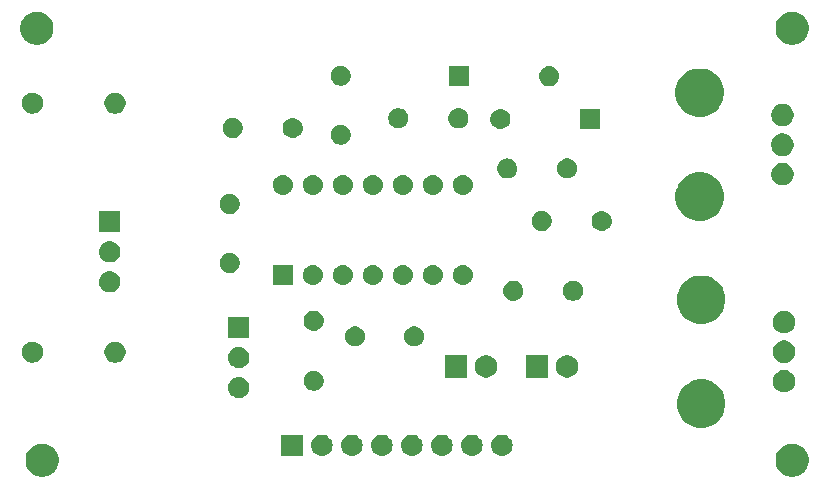
<source format=gbr>
G04 #@! TF.GenerationSoftware,KiCad,Pcbnew,(5.0.1)-rc2*
G04 #@! TF.CreationDate,2018-12-09T02:21:17-05:00*
G04 #@! TF.ProjectId,lfo,6C666F2E6B696361645F706362000000,rev?*
G04 #@! TF.SameCoordinates,Original*
G04 #@! TF.FileFunction,Soldermask,Bot*
G04 #@! TF.FilePolarity,Negative*
%FSLAX46Y46*%
G04 Gerber Fmt 4.6, Leading zero omitted, Abs format (unit mm)*
G04 Created by KiCad (PCBNEW (5.0.1)-rc2) date 12/9/2018 2:21:17 AM*
%MOMM*%
%LPD*%
G01*
G04 APERTURE LIST*
%ADD10C,0.100000*%
G04 APERTURE END LIST*
D10*
G36*
X173546433Y-84867893D02*
X173636657Y-84885839D01*
X173742267Y-84929585D01*
X173891621Y-84991449D01*
X174121089Y-85144774D01*
X174316226Y-85339911D01*
X174469551Y-85569379D01*
X174575161Y-85824344D01*
X174629000Y-86095012D01*
X174629000Y-86370988D01*
X174575161Y-86641656D01*
X174469551Y-86896621D01*
X174316226Y-87126089D01*
X174121089Y-87321226D01*
X173891621Y-87474551D01*
X173742267Y-87536415D01*
X173636657Y-87580161D01*
X173546433Y-87598107D01*
X173365988Y-87634000D01*
X173090012Y-87634000D01*
X172909567Y-87598107D01*
X172819343Y-87580161D01*
X172713733Y-87536415D01*
X172564379Y-87474551D01*
X172334911Y-87321226D01*
X172139774Y-87126089D01*
X171986449Y-86896621D01*
X171880839Y-86641656D01*
X171827000Y-86370988D01*
X171827000Y-86095012D01*
X171880839Y-85824344D01*
X171986449Y-85569379D01*
X172139774Y-85339911D01*
X172334911Y-85144774D01*
X172564379Y-84991449D01*
X172713733Y-84929585D01*
X172819343Y-84885839D01*
X172909567Y-84867893D01*
X173090012Y-84832000D01*
X173365988Y-84832000D01*
X173546433Y-84867893D01*
X173546433Y-84867893D01*
G37*
G36*
X110046433Y-84867893D02*
X110136657Y-84885839D01*
X110242267Y-84929585D01*
X110391621Y-84991449D01*
X110621089Y-85144774D01*
X110816226Y-85339911D01*
X110969551Y-85569379D01*
X111075161Y-85824344D01*
X111129000Y-86095012D01*
X111129000Y-86370988D01*
X111075161Y-86641656D01*
X110969551Y-86896621D01*
X110816226Y-87126089D01*
X110621089Y-87321226D01*
X110391621Y-87474551D01*
X110242267Y-87536415D01*
X110136657Y-87580161D01*
X110046433Y-87598107D01*
X109865988Y-87634000D01*
X109590012Y-87634000D01*
X109409567Y-87598107D01*
X109319343Y-87580161D01*
X109213733Y-87536415D01*
X109064379Y-87474551D01*
X108834911Y-87321226D01*
X108639774Y-87126089D01*
X108486449Y-86896621D01*
X108380839Y-86641656D01*
X108327000Y-86370988D01*
X108327000Y-86095012D01*
X108380839Y-85824344D01*
X108486449Y-85569379D01*
X108639774Y-85339911D01*
X108834911Y-85144774D01*
X109064379Y-84991449D01*
X109213733Y-84929585D01*
X109319343Y-84885839D01*
X109409567Y-84867893D01*
X109590012Y-84832000D01*
X109865988Y-84832000D01*
X110046433Y-84867893D01*
X110046433Y-84867893D01*
G37*
G36*
X141143943Y-84068519D02*
X141210127Y-84075037D01*
X141323353Y-84109384D01*
X141379967Y-84126557D01*
X141518587Y-84200652D01*
X141536491Y-84210222D01*
X141572229Y-84239552D01*
X141673686Y-84322814D01*
X141756948Y-84424271D01*
X141786278Y-84460009D01*
X141786279Y-84460011D01*
X141869943Y-84616533D01*
X141869943Y-84616534D01*
X141921463Y-84786373D01*
X141938859Y-84963000D01*
X141921463Y-85139627D01*
X141887116Y-85252853D01*
X141869943Y-85309467D01*
X141853670Y-85339911D01*
X141786278Y-85465991D01*
X141756948Y-85501729D01*
X141673686Y-85603186D01*
X141572229Y-85686448D01*
X141536491Y-85715778D01*
X141536489Y-85715779D01*
X141379967Y-85799443D01*
X141323353Y-85816616D01*
X141210127Y-85850963D01*
X141143943Y-85857481D01*
X141077760Y-85864000D01*
X140989240Y-85864000D01*
X140923057Y-85857481D01*
X140856873Y-85850963D01*
X140743647Y-85816616D01*
X140687033Y-85799443D01*
X140530511Y-85715779D01*
X140530509Y-85715778D01*
X140494771Y-85686448D01*
X140393314Y-85603186D01*
X140310052Y-85501729D01*
X140280722Y-85465991D01*
X140213330Y-85339911D01*
X140197057Y-85309467D01*
X140179884Y-85252853D01*
X140145537Y-85139627D01*
X140128141Y-84963000D01*
X140145537Y-84786373D01*
X140197057Y-84616534D01*
X140197057Y-84616533D01*
X140280721Y-84460011D01*
X140280722Y-84460009D01*
X140310052Y-84424271D01*
X140393314Y-84322814D01*
X140494771Y-84239552D01*
X140530509Y-84210222D01*
X140548413Y-84200652D01*
X140687033Y-84126557D01*
X140743647Y-84109384D01*
X140856873Y-84075037D01*
X140923057Y-84068519D01*
X140989240Y-84062000D01*
X141077760Y-84062000D01*
X141143943Y-84068519D01*
X141143943Y-84068519D01*
G37*
G36*
X146223943Y-84068519D02*
X146290127Y-84075037D01*
X146403353Y-84109384D01*
X146459967Y-84126557D01*
X146598587Y-84200652D01*
X146616491Y-84210222D01*
X146652229Y-84239552D01*
X146753686Y-84322814D01*
X146836948Y-84424271D01*
X146866278Y-84460009D01*
X146866279Y-84460011D01*
X146949943Y-84616533D01*
X146949943Y-84616534D01*
X147001463Y-84786373D01*
X147018859Y-84963000D01*
X147001463Y-85139627D01*
X146967116Y-85252853D01*
X146949943Y-85309467D01*
X146933670Y-85339911D01*
X146866278Y-85465991D01*
X146836948Y-85501729D01*
X146753686Y-85603186D01*
X146652229Y-85686448D01*
X146616491Y-85715778D01*
X146616489Y-85715779D01*
X146459967Y-85799443D01*
X146403353Y-85816616D01*
X146290127Y-85850963D01*
X146223943Y-85857481D01*
X146157760Y-85864000D01*
X146069240Y-85864000D01*
X146003057Y-85857481D01*
X145936873Y-85850963D01*
X145823647Y-85816616D01*
X145767033Y-85799443D01*
X145610511Y-85715779D01*
X145610509Y-85715778D01*
X145574771Y-85686448D01*
X145473314Y-85603186D01*
X145390052Y-85501729D01*
X145360722Y-85465991D01*
X145293330Y-85339911D01*
X145277057Y-85309467D01*
X145259884Y-85252853D01*
X145225537Y-85139627D01*
X145208141Y-84963000D01*
X145225537Y-84786373D01*
X145277057Y-84616534D01*
X145277057Y-84616533D01*
X145360721Y-84460011D01*
X145360722Y-84460009D01*
X145390052Y-84424271D01*
X145473314Y-84322814D01*
X145574771Y-84239552D01*
X145610509Y-84210222D01*
X145628413Y-84200652D01*
X145767033Y-84126557D01*
X145823647Y-84109384D01*
X145936873Y-84075037D01*
X146003057Y-84068519D01*
X146069240Y-84062000D01*
X146157760Y-84062000D01*
X146223943Y-84068519D01*
X146223943Y-84068519D01*
G37*
G36*
X148763943Y-84068519D02*
X148830127Y-84075037D01*
X148943353Y-84109384D01*
X148999967Y-84126557D01*
X149138587Y-84200652D01*
X149156491Y-84210222D01*
X149192229Y-84239552D01*
X149293686Y-84322814D01*
X149376948Y-84424271D01*
X149406278Y-84460009D01*
X149406279Y-84460011D01*
X149489943Y-84616533D01*
X149489943Y-84616534D01*
X149541463Y-84786373D01*
X149558859Y-84963000D01*
X149541463Y-85139627D01*
X149507116Y-85252853D01*
X149489943Y-85309467D01*
X149473670Y-85339911D01*
X149406278Y-85465991D01*
X149376948Y-85501729D01*
X149293686Y-85603186D01*
X149192229Y-85686448D01*
X149156491Y-85715778D01*
X149156489Y-85715779D01*
X148999967Y-85799443D01*
X148943353Y-85816616D01*
X148830127Y-85850963D01*
X148763943Y-85857481D01*
X148697760Y-85864000D01*
X148609240Y-85864000D01*
X148543057Y-85857481D01*
X148476873Y-85850963D01*
X148363647Y-85816616D01*
X148307033Y-85799443D01*
X148150511Y-85715779D01*
X148150509Y-85715778D01*
X148114771Y-85686448D01*
X148013314Y-85603186D01*
X147930052Y-85501729D01*
X147900722Y-85465991D01*
X147833330Y-85339911D01*
X147817057Y-85309467D01*
X147799884Y-85252853D01*
X147765537Y-85139627D01*
X147748141Y-84963000D01*
X147765537Y-84786373D01*
X147817057Y-84616534D01*
X147817057Y-84616533D01*
X147900721Y-84460011D01*
X147900722Y-84460009D01*
X147930052Y-84424271D01*
X148013314Y-84322814D01*
X148114771Y-84239552D01*
X148150509Y-84210222D01*
X148168413Y-84200652D01*
X148307033Y-84126557D01*
X148363647Y-84109384D01*
X148476873Y-84075037D01*
X148543057Y-84068519D01*
X148609240Y-84062000D01*
X148697760Y-84062000D01*
X148763943Y-84068519D01*
X148763943Y-84068519D01*
G37*
G36*
X143683943Y-84068519D02*
X143750127Y-84075037D01*
X143863353Y-84109384D01*
X143919967Y-84126557D01*
X144058587Y-84200652D01*
X144076491Y-84210222D01*
X144112229Y-84239552D01*
X144213686Y-84322814D01*
X144296948Y-84424271D01*
X144326278Y-84460009D01*
X144326279Y-84460011D01*
X144409943Y-84616533D01*
X144409943Y-84616534D01*
X144461463Y-84786373D01*
X144478859Y-84963000D01*
X144461463Y-85139627D01*
X144427116Y-85252853D01*
X144409943Y-85309467D01*
X144393670Y-85339911D01*
X144326278Y-85465991D01*
X144296948Y-85501729D01*
X144213686Y-85603186D01*
X144112229Y-85686448D01*
X144076491Y-85715778D01*
X144076489Y-85715779D01*
X143919967Y-85799443D01*
X143863353Y-85816616D01*
X143750127Y-85850963D01*
X143683943Y-85857481D01*
X143617760Y-85864000D01*
X143529240Y-85864000D01*
X143463057Y-85857481D01*
X143396873Y-85850963D01*
X143283647Y-85816616D01*
X143227033Y-85799443D01*
X143070511Y-85715779D01*
X143070509Y-85715778D01*
X143034771Y-85686448D01*
X142933314Y-85603186D01*
X142850052Y-85501729D01*
X142820722Y-85465991D01*
X142753330Y-85339911D01*
X142737057Y-85309467D01*
X142719884Y-85252853D01*
X142685537Y-85139627D01*
X142668141Y-84963000D01*
X142685537Y-84786373D01*
X142737057Y-84616534D01*
X142737057Y-84616533D01*
X142820721Y-84460011D01*
X142820722Y-84460009D01*
X142850052Y-84424271D01*
X142933314Y-84322814D01*
X143034771Y-84239552D01*
X143070509Y-84210222D01*
X143088413Y-84200652D01*
X143227033Y-84126557D01*
X143283647Y-84109384D01*
X143396873Y-84075037D01*
X143463057Y-84068519D01*
X143529240Y-84062000D01*
X143617760Y-84062000D01*
X143683943Y-84068519D01*
X143683943Y-84068519D01*
G37*
G36*
X131774500Y-85864000D02*
X129972500Y-85864000D01*
X129972500Y-84062000D01*
X131774500Y-84062000D01*
X131774500Y-85864000D01*
X131774500Y-85864000D01*
G37*
G36*
X133523943Y-84068519D02*
X133590127Y-84075037D01*
X133703353Y-84109384D01*
X133759967Y-84126557D01*
X133898587Y-84200652D01*
X133916491Y-84210222D01*
X133952229Y-84239552D01*
X134053686Y-84322814D01*
X134136948Y-84424271D01*
X134166278Y-84460009D01*
X134166279Y-84460011D01*
X134249943Y-84616533D01*
X134249943Y-84616534D01*
X134301463Y-84786373D01*
X134318859Y-84963000D01*
X134301463Y-85139627D01*
X134267116Y-85252853D01*
X134249943Y-85309467D01*
X134233670Y-85339911D01*
X134166278Y-85465991D01*
X134136948Y-85501729D01*
X134053686Y-85603186D01*
X133952229Y-85686448D01*
X133916491Y-85715778D01*
X133916489Y-85715779D01*
X133759967Y-85799443D01*
X133703353Y-85816616D01*
X133590127Y-85850963D01*
X133523943Y-85857481D01*
X133457760Y-85864000D01*
X133369240Y-85864000D01*
X133303057Y-85857481D01*
X133236873Y-85850963D01*
X133123647Y-85816616D01*
X133067033Y-85799443D01*
X132910511Y-85715779D01*
X132910509Y-85715778D01*
X132874771Y-85686448D01*
X132773314Y-85603186D01*
X132690052Y-85501729D01*
X132660722Y-85465991D01*
X132593330Y-85339911D01*
X132577057Y-85309467D01*
X132559884Y-85252853D01*
X132525537Y-85139627D01*
X132508141Y-84963000D01*
X132525537Y-84786373D01*
X132577057Y-84616534D01*
X132577057Y-84616533D01*
X132660721Y-84460011D01*
X132660722Y-84460009D01*
X132690052Y-84424271D01*
X132773314Y-84322814D01*
X132874771Y-84239552D01*
X132910509Y-84210222D01*
X132928413Y-84200652D01*
X133067033Y-84126557D01*
X133123647Y-84109384D01*
X133236873Y-84075037D01*
X133303057Y-84068519D01*
X133369240Y-84062000D01*
X133457760Y-84062000D01*
X133523943Y-84068519D01*
X133523943Y-84068519D01*
G37*
G36*
X136063943Y-84068519D02*
X136130127Y-84075037D01*
X136243353Y-84109384D01*
X136299967Y-84126557D01*
X136438587Y-84200652D01*
X136456491Y-84210222D01*
X136492229Y-84239552D01*
X136593686Y-84322814D01*
X136676948Y-84424271D01*
X136706278Y-84460009D01*
X136706279Y-84460011D01*
X136789943Y-84616533D01*
X136789943Y-84616534D01*
X136841463Y-84786373D01*
X136858859Y-84963000D01*
X136841463Y-85139627D01*
X136807116Y-85252853D01*
X136789943Y-85309467D01*
X136773670Y-85339911D01*
X136706278Y-85465991D01*
X136676948Y-85501729D01*
X136593686Y-85603186D01*
X136492229Y-85686448D01*
X136456491Y-85715778D01*
X136456489Y-85715779D01*
X136299967Y-85799443D01*
X136243353Y-85816616D01*
X136130127Y-85850963D01*
X136063943Y-85857481D01*
X135997760Y-85864000D01*
X135909240Y-85864000D01*
X135843057Y-85857481D01*
X135776873Y-85850963D01*
X135663647Y-85816616D01*
X135607033Y-85799443D01*
X135450511Y-85715779D01*
X135450509Y-85715778D01*
X135414771Y-85686448D01*
X135313314Y-85603186D01*
X135230052Y-85501729D01*
X135200722Y-85465991D01*
X135133330Y-85339911D01*
X135117057Y-85309467D01*
X135099884Y-85252853D01*
X135065537Y-85139627D01*
X135048141Y-84963000D01*
X135065537Y-84786373D01*
X135117057Y-84616534D01*
X135117057Y-84616533D01*
X135200721Y-84460011D01*
X135200722Y-84460009D01*
X135230052Y-84424271D01*
X135313314Y-84322814D01*
X135414771Y-84239552D01*
X135450509Y-84210222D01*
X135468413Y-84200652D01*
X135607033Y-84126557D01*
X135663647Y-84109384D01*
X135776873Y-84075037D01*
X135843057Y-84068519D01*
X135909240Y-84062000D01*
X135997760Y-84062000D01*
X136063943Y-84068519D01*
X136063943Y-84068519D01*
G37*
G36*
X138603943Y-84068519D02*
X138670127Y-84075037D01*
X138783353Y-84109384D01*
X138839967Y-84126557D01*
X138978587Y-84200652D01*
X138996491Y-84210222D01*
X139032229Y-84239552D01*
X139133686Y-84322814D01*
X139216948Y-84424271D01*
X139246278Y-84460009D01*
X139246279Y-84460011D01*
X139329943Y-84616533D01*
X139329943Y-84616534D01*
X139381463Y-84786373D01*
X139398859Y-84963000D01*
X139381463Y-85139627D01*
X139347116Y-85252853D01*
X139329943Y-85309467D01*
X139313670Y-85339911D01*
X139246278Y-85465991D01*
X139216948Y-85501729D01*
X139133686Y-85603186D01*
X139032229Y-85686448D01*
X138996491Y-85715778D01*
X138996489Y-85715779D01*
X138839967Y-85799443D01*
X138783353Y-85816616D01*
X138670127Y-85850963D01*
X138603943Y-85857481D01*
X138537760Y-85864000D01*
X138449240Y-85864000D01*
X138383057Y-85857481D01*
X138316873Y-85850963D01*
X138203647Y-85816616D01*
X138147033Y-85799443D01*
X137990511Y-85715779D01*
X137990509Y-85715778D01*
X137954771Y-85686448D01*
X137853314Y-85603186D01*
X137770052Y-85501729D01*
X137740722Y-85465991D01*
X137673330Y-85339911D01*
X137657057Y-85309467D01*
X137639884Y-85252853D01*
X137605537Y-85139627D01*
X137588141Y-84963000D01*
X137605537Y-84786373D01*
X137657057Y-84616534D01*
X137657057Y-84616533D01*
X137740721Y-84460011D01*
X137740722Y-84460009D01*
X137770052Y-84424271D01*
X137853314Y-84322814D01*
X137954771Y-84239552D01*
X137990509Y-84210222D01*
X138008413Y-84200652D01*
X138147033Y-84126557D01*
X138203647Y-84109384D01*
X138316873Y-84075037D01*
X138383057Y-84068519D01*
X138449240Y-84062000D01*
X138537760Y-84062000D01*
X138603943Y-84068519D01*
X138603943Y-84068519D01*
G37*
G36*
X166127752Y-79476818D02*
X166127754Y-79476819D01*
X166127755Y-79476819D01*
X166501013Y-79631427D01*
X166678811Y-79750228D01*
X166836939Y-79855886D01*
X167122614Y-80141561D01*
X167122616Y-80141564D01*
X167347073Y-80477487D01*
X167444909Y-80713685D01*
X167501682Y-80850748D01*
X167580500Y-81246993D01*
X167580500Y-81651006D01*
X167501681Y-82047255D01*
X167347073Y-82420513D01*
X167347072Y-82420514D01*
X167122614Y-82756439D01*
X166836939Y-83042114D01*
X166836936Y-83042116D01*
X166501013Y-83266573D01*
X166127755Y-83421181D01*
X166127754Y-83421181D01*
X166127752Y-83421182D01*
X165731507Y-83500000D01*
X165327493Y-83500000D01*
X164931248Y-83421182D01*
X164931246Y-83421181D01*
X164931245Y-83421181D01*
X164557987Y-83266573D01*
X164222064Y-83042116D01*
X164222061Y-83042114D01*
X163936386Y-82756439D01*
X163711928Y-82420514D01*
X163711927Y-82420513D01*
X163557319Y-82047255D01*
X163478500Y-81651006D01*
X163478500Y-81246993D01*
X163557318Y-80850748D01*
X163614091Y-80713685D01*
X163711927Y-80477487D01*
X163936384Y-80141564D01*
X163936386Y-80141561D01*
X164222061Y-79855886D01*
X164380189Y-79750228D01*
X164557987Y-79631427D01*
X164931245Y-79476819D01*
X164931246Y-79476819D01*
X164931248Y-79476818D01*
X165327493Y-79398000D01*
X165731507Y-79398000D01*
X166127752Y-79476818D01*
X166127752Y-79476818D01*
G37*
G36*
X126475442Y-79179018D02*
X126541627Y-79185537D01*
X126622119Y-79209954D01*
X126711467Y-79237057D01*
X126850087Y-79311152D01*
X126867991Y-79320722D01*
X126903729Y-79350052D01*
X127005186Y-79433314D01*
X127088448Y-79534771D01*
X127117778Y-79570509D01*
X127117779Y-79570511D01*
X127201443Y-79727033D01*
X127201443Y-79727034D01*
X127252963Y-79896873D01*
X127270359Y-80073500D01*
X127252963Y-80250127D01*
X127231677Y-80320297D01*
X127201443Y-80419967D01*
X127178199Y-80463453D01*
X127117778Y-80576491D01*
X127088448Y-80612229D01*
X127005186Y-80713686D01*
X126903729Y-80796948D01*
X126867991Y-80826278D01*
X126867989Y-80826279D01*
X126711467Y-80909943D01*
X126654853Y-80927116D01*
X126541627Y-80961463D01*
X126475442Y-80967982D01*
X126409260Y-80974500D01*
X126320740Y-80974500D01*
X126254558Y-80967982D01*
X126188373Y-80961463D01*
X126075147Y-80927116D01*
X126018533Y-80909943D01*
X125862011Y-80826279D01*
X125862009Y-80826278D01*
X125826271Y-80796948D01*
X125724814Y-80713686D01*
X125641552Y-80612229D01*
X125612222Y-80576491D01*
X125551801Y-80463453D01*
X125528557Y-80419967D01*
X125498323Y-80320297D01*
X125477037Y-80250127D01*
X125459641Y-80073500D01*
X125477037Y-79896873D01*
X125528557Y-79727034D01*
X125528557Y-79727033D01*
X125612221Y-79570511D01*
X125612222Y-79570509D01*
X125641552Y-79534771D01*
X125724814Y-79433314D01*
X125826271Y-79350052D01*
X125862009Y-79320722D01*
X125879913Y-79311152D01*
X126018533Y-79237057D01*
X126107881Y-79209954D01*
X126188373Y-79185537D01*
X126254558Y-79179018D01*
X126320740Y-79172500D01*
X126409260Y-79172500D01*
X126475442Y-79179018D01*
X126475442Y-79179018D01*
G37*
G36*
X172806896Y-78634546D02*
X172979966Y-78706234D01*
X173135730Y-78810312D01*
X173268188Y-78942770D01*
X173372266Y-79098534D01*
X173443954Y-79271604D01*
X173480500Y-79455333D01*
X173480500Y-79642667D01*
X173443954Y-79826396D01*
X173372266Y-79999466D01*
X173268188Y-80155230D01*
X173135730Y-80287688D01*
X172979966Y-80391766D01*
X172806896Y-80463454D01*
X172623167Y-80500000D01*
X172435833Y-80500000D01*
X172252104Y-80463454D01*
X172079034Y-80391766D01*
X171923270Y-80287688D01*
X171790812Y-80155230D01*
X171686734Y-79999466D01*
X171615046Y-79826396D01*
X171578500Y-79642667D01*
X171578500Y-79455333D01*
X171615046Y-79271604D01*
X171686734Y-79098534D01*
X171790812Y-78942770D01*
X171923270Y-78810312D01*
X172079034Y-78706234D01*
X172252104Y-78634546D01*
X172435833Y-78598000D01*
X172623167Y-78598000D01*
X172806896Y-78634546D01*
X172806896Y-78634546D01*
G37*
G36*
X132963228Y-78683703D02*
X133118100Y-78747853D01*
X133257481Y-78840985D01*
X133376015Y-78959519D01*
X133469147Y-79098900D01*
X133533297Y-79253772D01*
X133566000Y-79418184D01*
X133566000Y-79585816D01*
X133533297Y-79750228D01*
X133469147Y-79905100D01*
X133376015Y-80044481D01*
X133257481Y-80163015D01*
X133118100Y-80256147D01*
X132963228Y-80320297D01*
X132798816Y-80353000D01*
X132631184Y-80353000D01*
X132466772Y-80320297D01*
X132311900Y-80256147D01*
X132172519Y-80163015D01*
X132053985Y-80044481D01*
X131960853Y-79905100D01*
X131896703Y-79750228D01*
X131864000Y-79585816D01*
X131864000Y-79418184D01*
X131896703Y-79253772D01*
X131960853Y-79098900D01*
X132053985Y-78959519D01*
X132172519Y-78840985D01*
X132311900Y-78747853D01*
X132466772Y-78683703D01*
X132631184Y-78651000D01*
X132798816Y-78651000D01*
X132963228Y-78683703D01*
X132963228Y-78683703D01*
G37*
G36*
X154455396Y-77381046D02*
X154628466Y-77452734D01*
X154784230Y-77556812D01*
X154916688Y-77689270D01*
X155020766Y-77845034D01*
X155092454Y-78018104D01*
X155129000Y-78201833D01*
X155129000Y-78389167D01*
X155092454Y-78572896D01*
X155020766Y-78745966D01*
X154916688Y-78901730D01*
X154784230Y-79034188D01*
X154628466Y-79138266D01*
X154455396Y-79209954D01*
X154271667Y-79246500D01*
X154084333Y-79246500D01*
X153900604Y-79209954D01*
X153727534Y-79138266D01*
X153571770Y-79034188D01*
X153439312Y-78901730D01*
X153335234Y-78745966D01*
X153263546Y-78572896D01*
X153227000Y-78389167D01*
X153227000Y-78201833D01*
X153263546Y-78018104D01*
X153335234Y-77845034D01*
X153439312Y-77689270D01*
X153571770Y-77556812D01*
X153727534Y-77452734D01*
X153900604Y-77381046D01*
X154084333Y-77344500D01*
X154271667Y-77344500D01*
X154455396Y-77381046D01*
X154455396Y-77381046D01*
G37*
G36*
X145731000Y-79246500D02*
X143829000Y-79246500D01*
X143829000Y-77344500D01*
X145731000Y-77344500D01*
X145731000Y-79246500D01*
X145731000Y-79246500D01*
G37*
G36*
X147597396Y-77381046D02*
X147770466Y-77452734D01*
X147926230Y-77556812D01*
X148058688Y-77689270D01*
X148162766Y-77845034D01*
X148234454Y-78018104D01*
X148271000Y-78201833D01*
X148271000Y-78389167D01*
X148234454Y-78572896D01*
X148162766Y-78745966D01*
X148058688Y-78901730D01*
X147926230Y-79034188D01*
X147770466Y-79138266D01*
X147597396Y-79209954D01*
X147413667Y-79246500D01*
X147226333Y-79246500D01*
X147042604Y-79209954D01*
X146869534Y-79138266D01*
X146713770Y-79034188D01*
X146581312Y-78901730D01*
X146477234Y-78745966D01*
X146405546Y-78572896D01*
X146369000Y-78389167D01*
X146369000Y-78201833D01*
X146405546Y-78018104D01*
X146477234Y-77845034D01*
X146581312Y-77689270D01*
X146713770Y-77556812D01*
X146869534Y-77452734D01*
X147042604Y-77381046D01*
X147226333Y-77344500D01*
X147413667Y-77344500D01*
X147597396Y-77381046D01*
X147597396Y-77381046D01*
G37*
G36*
X152589000Y-79246500D02*
X150687000Y-79246500D01*
X150687000Y-77344500D01*
X152589000Y-77344500D01*
X152589000Y-79246500D01*
X152589000Y-79246500D01*
G37*
G36*
X126475443Y-76639019D02*
X126541627Y-76645537D01*
X126654853Y-76679884D01*
X126711467Y-76697057D01*
X126850087Y-76771152D01*
X126867991Y-76780722D01*
X126903729Y-76810052D01*
X127005186Y-76893314D01*
X127088448Y-76994771D01*
X127117778Y-77030509D01*
X127117779Y-77030511D01*
X127201443Y-77187033D01*
X127201443Y-77187034D01*
X127252963Y-77356873D01*
X127270359Y-77533500D01*
X127252963Y-77710127D01*
X127229082Y-77788853D01*
X127201443Y-77879967D01*
X127142628Y-77990000D01*
X127117778Y-78036491D01*
X127088448Y-78072229D01*
X127005186Y-78173686D01*
X126903729Y-78256948D01*
X126867991Y-78286278D01*
X126867989Y-78286279D01*
X126711467Y-78369943D01*
X126654853Y-78387116D01*
X126541627Y-78421463D01*
X126475443Y-78427981D01*
X126409260Y-78434500D01*
X126320740Y-78434500D01*
X126254557Y-78427981D01*
X126188373Y-78421463D01*
X126075147Y-78387116D01*
X126018533Y-78369943D01*
X125862011Y-78286279D01*
X125862009Y-78286278D01*
X125826271Y-78256948D01*
X125724814Y-78173686D01*
X125641552Y-78072229D01*
X125612222Y-78036491D01*
X125587372Y-77990000D01*
X125528557Y-77879967D01*
X125500918Y-77788853D01*
X125477037Y-77710127D01*
X125459641Y-77533500D01*
X125477037Y-77356873D01*
X125528557Y-77187034D01*
X125528557Y-77187033D01*
X125612221Y-77030511D01*
X125612222Y-77030509D01*
X125641552Y-76994771D01*
X125724814Y-76893314D01*
X125826271Y-76810052D01*
X125862009Y-76780722D01*
X125879913Y-76771152D01*
X126018533Y-76697057D01*
X126075147Y-76679884D01*
X126188373Y-76645537D01*
X126254557Y-76639019D01*
X126320740Y-76632500D01*
X126409260Y-76632500D01*
X126475443Y-76639019D01*
X126475443Y-76639019D01*
G37*
G36*
X172806896Y-76134546D02*
X172979966Y-76206234D01*
X173135730Y-76310312D01*
X173268188Y-76442770D01*
X173372266Y-76598534D01*
X173443954Y-76771604D01*
X173480500Y-76955333D01*
X173480500Y-77142667D01*
X173443954Y-77326396D01*
X173372266Y-77499466D01*
X173268188Y-77655230D01*
X173135730Y-77787688D01*
X172979966Y-77891766D01*
X172806896Y-77963454D01*
X172623167Y-78000000D01*
X172435833Y-78000000D01*
X172252104Y-77963454D01*
X172079034Y-77891766D01*
X171923270Y-77787688D01*
X171790812Y-77655230D01*
X171686734Y-77499466D01*
X171615046Y-77326396D01*
X171578500Y-77142667D01*
X171578500Y-76955333D01*
X171615046Y-76771604D01*
X171686734Y-76598534D01*
X171790812Y-76442770D01*
X171923270Y-76310312D01*
X172079034Y-76206234D01*
X172252104Y-76134546D01*
X172435833Y-76098000D01*
X172623167Y-76098000D01*
X172806896Y-76134546D01*
X172806896Y-76134546D01*
G37*
G36*
X116161812Y-76222624D02*
X116325784Y-76290544D01*
X116473354Y-76389147D01*
X116598853Y-76514646D01*
X116697456Y-76662216D01*
X116765376Y-76826188D01*
X116800000Y-77000259D01*
X116800000Y-77177741D01*
X116765376Y-77351812D01*
X116697456Y-77515784D01*
X116598853Y-77663354D01*
X116473354Y-77788853D01*
X116325784Y-77887456D01*
X116161812Y-77955376D01*
X115987741Y-77990000D01*
X115810259Y-77990000D01*
X115636188Y-77955376D01*
X115472216Y-77887456D01*
X115324646Y-77788853D01*
X115199147Y-77663354D01*
X115100544Y-77515784D01*
X115032624Y-77351812D01*
X114998000Y-77177741D01*
X114998000Y-77000259D01*
X115032624Y-76826188D01*
X115100544Y-76662216D01*
X115199147Y-76514646D01*
X115324646Y-76389147D01*
X115472216Y-76290544D01*
X115636188Y-76222624D01*
X115810259Y-76188000D01*
X115987741Y-76188000D01*
X116161812Y-76222624D01*
X116161812Y-76222624D01*
G37*
G36*
X109161812Y-76222624D02*
X109325784Y-76290544D01*
X109473354Y-76389147D01*
X109598853Y-76514646D01*
X109697456Y-76662216D01*
X109765376Y-76826188D01*
X109800000Y-77000259D01*
X109800000Y-77177741D01*
X109765376Y-77351812D01*
X109697456Y-77515784D01*
X109598853Y-77663354D01*
X109473354Y-77788853D01*
X109325784Y-77887456D01*
X109161812Y-77955376D01*
X108987741Y-77990000D01*
X108810259Y-77990000D01*
X108636188Y-77955376D01*
X108472216Y-77887456D01*
X108324646Y-77788853D01*
X108199147Y-77663354D01*
X108100544Y-77515784D01*
X108032624Y-77351812D01*
X107998000Y-77177741D01*
X107998000Y-77000259D01*
X108032624Y-76826188D01*
X108100544Y-76662216D01*
X108199147Y-76514646D01*
X108324646Y-76389147D01*
X108472216Y-76290544D01*
X108636188Y-76222624D01*
X108810259Y-76188000D01*
X108987741Y-76188000D01*
X109161812Y-76222624D01*
X109161812Y-76222624D01*
G37*
G36*
X136472228Y-74937203D02*
X136627100Y-75001353D01*
X136766481Y-75094485D01*
X136885015Y-75213019D01*
X136978147Y-75352400D01*
X137042297Y-75507272D01*
X137075000Y-75671684D01*
X137075000Y-75839316D01*
X137042297Y-76003728D01*
X136978147Y-76158600D01*
X136885015Y-76297981D01*
X136766481Y-76416515D01*
X136627100Y-76509647D01*
X136472228Y-76573797D01*
X136307816Y-76606500D01*
X136140184Y-76606500D01*
X135975772Y-76573797D01*
X135820900Y-76509647D01*
X135681519Y-76416515D01*
X135562985Y-76297981D01*
X135469853Y-76158600D01*
X135405703Y-76003728D01*
X135373000Y-75839316D01*
X135373000Y-75671684D01*
X135405703Y-75507272D01*
X135469853Y-75352400D01*
X135562985Y-75213019D01*
X135681519Y-75094485D01*
X135820900Y-75001353D01*
X135975772Y-74937203D01*
X136140184Y-74904500D01*
X136307816Y-74904500D01*
X136472228Y-74937203D01*
X136472228Y-74937203D01*
G37*
G36*
X141472228Y-74937203D02*
X141627100Y-75001353D01*
X141766481Y-75094485D01*
X141885015Y-75213019D01*
X141978147Y-75352400D01*
X142042297Y-75507272D01*
X142075000Y-75671684D01*
X142075000Y-75839316D01*
X142042297Y-76003728D01*
X141978147Y-76158600D01*
X141885015Y-76297981D01*
X141766481Y-76416515D01*
X141627100Y-76509647D01*
X141472228Y-76573797D01*
X141307816Y-76606500D01*
X141140184Y-76606500D01*
X140975772Y-76573797D01*
X140820900Y-76509647D01*
X140681519Y-76416515D01*
X140562985Y-76297981D01*
X140469853Y-76158600D01*
X140405703Y-76003728D01*
X140373000Y-75839316D01*
X140373000Y-75671684D01*
X140405703Y-75507272D01*
X140469853Y-75352400D01*
X140562985Y-75213019D01*
X140681519Y-75094485D01*
X140820900Y-75001353D01*
X140975772Y-74937203D01*
X141140184Y-74904500D01*
X141307816Y-74904500D01*
X141472228Y-74937203D01*
X141472228Y-74937203D01*
G37*
G36*
X127266000Y-75894500D02*
X125464000Y-75894500D01*
X125464000Y-74092500D01*
X127266000Y-74092500D01*
X127266000Y-75894500D01*
X127266000Y-75894500D01*
G37*
G36*
X172806896Y-73634546D02*
X172979966Y-73706234D01*
X173135730Y-73810312D01*
X173268188Y-73942770D01*
X173372266Y-74098534D01*
X173443954Y-74271604D01*
X173480500Y-74455333D01*
X173480500Y-74642667D01*
X173443954Y-74826396D01*
X173372266Y-74999466D01*
X173268188Y-75155230D01*
X173135730Y-75287688D01*
X172979966Y-75391766D01*
X172806896Y-75463454D01*
X172623167Y-75500000D01*
X172435833Y-75500000D01*
X172252104Y-75463454D01*
X172079034Y-75391766D01*
X171923270Y-75287688D01*
X171790812Y-75155230D01*
X171686734Y-74999466D01*
X171615046Y-74826396D01*
X171578500Y-74642667D01*
X171578500Y-74455333D01*
X171615046Y-74271604D01*
X171686734Y-74098534D01*
X171790812Y-73942770D01*
X171923270Y-73810312D01*
X172079034Y-73706234D01*
X172252104Y-73634546D01*
X172435833Y-73598000D01*
X172623167Y-73598000D01*
X172806896Y-73634546D01*
X172806896Y-73634546D01*
G37*
G36*
X132881821Y-73583313D02*
X132881824Y-73583314D01*
X132881825Y-73583314D01*
X133042239Y-73631975D01*
X133042241Y-73631976D01*
X133042244Y-73631977D01*
X133190078Y-73710995D01*
X133319659Y-73817341D01*
X133426005Y-73946922D01*
X133505023Y-74094756D01*
X133505024Y-74094759D01*
X133505025Y-74094761D01*
X133553686Y-74255175D01*
X133553687Y-74255179D01*
X133570117Y-74422000D01*
X133553687Y-74588821D01*
X133553686Y-74588824D01*
X133553686Y-74588825D01*
X133543871Y-74621182D01*
X133505023Y-74749244D01*
X133426005Y-74897078D01*
X133319659Y-75026659D01*
X133190078Y-75133005D01*
X133042244Y-75212023D01*
X133042241Y-75212024D01*
X133042239Y-75212025D01*
X132881825Y-75260686D01*
X132881824Y-75260686D01*
X132881821Y-75260687D01*
X132756804Y-75273000D01*
X132673196Y-75273000D01*
X132548179Y-75260687D01*
X132548176Y-75260686D01*
X132548175Y-75260686D01*
X132387761Y-75212025D01*
X132387759Y-75212024D01*
X132387756Y-75212023D01*
X132239922Y-75133005D01*
X132110341Y-75026659D01*
X132003995Y-74897078D01*
X131924977Y-74749244D01*
X131886130Y-74621182D01*
X131876314Y-74588825D01*
X131876314Y-74588824D01*
X131876313Y-74588821D01*
X131859883Y-74422000D01*
X131876313Y-74255179D01*
X131876314Y-74255175D01*
X131924975Y-74094761D01*
X131924976Y-74094759D01*
X131924977Y-74094756D01*
X132003995Y-73946922D01*
X132110341Y-73817341D01*
X132239922Y-73710995D01*
X132387756Y-73631977D01*
X132387759Y-73631976D01*
X132387761Y-73631975D01*
X132548175Y-73583314D01*
X132548176Y-73583314D01*
X132548179Y-73583313D01*
X132673196Y-73571000D01*
X132756804Y-73571000D01*
X132881821Y-73583313D01*
X132881821Y-73583313D01*
G37*
G36*
X166127752Y-70676818D02*
X166127754Y-70676819D01*
X166127755Y-70676819D01*
X166501013Y-70831427D01*
X166818122Y-71043313D01*
X166836939Y-71055886D01*
X167122614Y-71341561D01*
X167122616Y-71341564D01*
X167347073Y-71677487D01*
X167501681Y-72050745D01*
X167501682Y-72050748D01*
X167548297Y-72285100D01*
X167580500Y-72446994D01*
X167580500Y-72851006D01*
X167501681Y-73247255D01*
X167347073Y-73620513D01*
X167289796Y-73706234D01*
X167122614Y-73956439D01*
X166836939Y-74242114D01*
X166836936Y-74242116D01*
X166501013Y-74466573D01*
X166127755Y-74621181D01*
X166127754Y-74621181D01*
X166127752Y-74621182D01*
X165731507Y-74700000D01*
X165327493Y-74700000D01*
X164931248Y-74621182D01*
X164931246Y-74621181D01*
X164931245Y-74621181D01*
X164557987Y-74466573D01*
X164222064Y-74242116D01*
X164222061Y-74242114D01*
X163936386Y-73956439D01*
X163769204Y-73706234D01*
X163711927Y-73620513D01*
X163557319Y-73247255D01*
X163478500Y-72851006D01*
X163478500Y-72446994D01*
X163510703Y-72285100D01*
X163557318Y-72050748D01*
X163557319Y-72050745D01*
X163711927Y-71677487D01*
X163936384Y-71341564D01*
X163936386Y-71341561D01*
X164222061Y-71055886D01*
X164240878Y-71043313D01*
X164557987Y-70831427D01*
X164931245Y-70676819D01*
X164931246Y-70676819D01*
X164931248Y-70676818D01*
X165327493Y-70598000D01*
X165731507Y-70598000D01*
X166127752Y-70676818D01*
X166127752Y-70676818D01*
G37*
G36*
X154934228Y-71063703D02*
X155089100Y-71127853D01*
X155228481Y-71220985D01*
X155347015Y-71339519D01*
X155440147Y-71478900D01*
X155504297Y-71633772D01*
X155537000Y-71798184D01*
X155537000Y-71965816D01*
X155504297Y-72130228D01*
X155440147Y-72285100D01*
X155347015Y-72424481D01*
X155228481Y-72543015D01*
X155089100Y-72636147D01*
X154934228Y-72700297D01*
X154769816Y-72733000D01*
X154602184Y-72733000D01*
X154437772Y-72700297D01*
X154282900Y-72636147D01*
X154143519Y-72543015D01*
X154024985Y-72424481D01*
X153931853Y-72285100D01*
X153867703Y-72130228D01*
X153835000Y-71965816D01*
X153835000Y-71798184D01*
X153867703Y-71633772D01*
X153931853Y-71478900D01*
X154024985Y-71339519D01*
X154143519Y-71220985D01*
X154282900Y-71127853D01*
X154437772Y-71063703D01*
X154602184Y-71031000D01*
X154769816Y-71031000D01*
X154934228Y-71063703D01*
X154934228Y-71063703D01*
G37*
G36*
X149772821Y-71043313D02*
X149772824Y-71043314D01*
X149772825Y-71043314D01*
X149933239Y-71091975D01*
X149933241Y-71091976D01*
X149933244Y-71091977D01*
X150081078Y-71170995D01*
X150210659Y-71277341D01*
X150317005Y-71406922D01*
X150396023Y-71554756D01*
X150396024Y-71554759D01*
X150396025Y-71554761D01*
X150433253Y-71677486D01*
X150444687Y-71715179D01*
X150461117Y-71882000D01*
X150444687Y-72048821D01*
X150444686Y-72048824D01*
X150444686Y-72048825D01*
X150419993Y-72130228D01*
X150396023Y-72209244D01*
X150317005Y-72357078D01*
X150210659Y-72486659D01*
X150081078Y-72593005D01*
X149933244Y-72672023D01*
X149933241Y-72672024D01*
X149933239Y-72672025D01*
X149772825Y-72720686D01*
X149772824Y-72720686D01*
X149772821Y-72720687D01*
X149647804Y-72733000D01*
X149564196Y-72733000D01*
X149439179Y-72720687D01*
X149439176Y-72720686D01*
X149439175Y-72720686D01*
X149278761Y-72672025D01*
X149278759Y-72672024D01*
X149278756Y-72672023D01*
X149130922Y-72593005D01*
X149001341Y-72486659D01*
X148894995Y-72357078D01*
X148815977Y-72209244D01*
X148792008Y-72130228D01*
X148767314Y-72048825D01*
X148767314Y-72048824D01*
X148767313Y-72048821D01*
X148750883Y-71882000D01*
X148767313Y-71715179D01*
X148778747Y-71677486D01*
X148815975Y-71554761D01*
X148815976Y-71554759D01*
X148815977Y-71554756D01*
X148894995Y-71406922D01*
X149001341Y-71277341D01*
X149130922Y-71170995D01*
X149278756Y-71091977D01*
X149278759Y-71091976D01*
X149278761Y-71091975D01*
X149439175Y-71043314D01*
X149439176Y-71043314D01*
X149439179Y-71043313D01*
X149564196Y-71031000D01*
X149647804Y-71031000D01*
X149772821Y-71043313D01*
X149772821Y-71043313D01*
G37*
G36*
X115553442Y-70225518D02*
X115619627Y-70232037D01*
X115732853Y-70266384D01*
X115789467Y-70283557D01*
X115915260Y-70350796D01*
X115945991Y-70367222D01*
X115981729Y-70396552D01*
X116083186Y-70479814D01*
X116139554Y-70548500D01*
X116195778Y-70617009D01*
X116195779Y-70617011D01*
X116279443Y-70773533D01*
X116279443Y-70773534D01*
X116330963Y-70943373D01*
X116348359Y-71120000D01*
X116330963Y-71296627D01*
X116303492Y-71387186D01*
X116279443Y-71466467D01*
X116272797Y-71478900D01*
X116195778Y-71622991D01*
X116186930Y-71633772D01*
X116083186Y-71760186D01*
X115981729Y-71843448D01*
X115945991Y-71872778D01*
X115945989Y-71872779D01*
X115789467Y-71956443D01*
X115732853Y-71973616D01*
X115619627Y-72007963D01*
X115553443Y-72014481D01*
X115487260Y-72021000D01*
X115398740Y-72021000D01*
X115332557Y-72014481D01*
X115266373Y-72007963D01*
X115153147Y-71973616D01*
X115096533Y-71956443D01*
X114940011Y-71872779D01*
X114940009Y-71872778D01*
X114904271Y-71843448D01*
X114802814Y-71760186D01*
X114699070Y-71633772D01*
X114690222Y-71622991D01*
X114613203Y-71478900D01*
X114606557Y-71466467D01*
X114582508Y-71387186D01*
X114555037Y-71296627D01*
X114537641Y-71120000D01*
X114555037Y-70943373D01*
X114606557Y-70773534D01*
X114606557Y-70773533D01*
X114690221Y-70617011D01*
X114690222Y-70617009D01*
X114746446Y-70548500D01*
X114802814Y-70479814D01*
X114904271Y-70396552D01*
X114940009Y-70367222D01*
X114970740Y-70350796D01*
X115096533Y-70283557D01*
X115153147Y-70266384D01*
X115266373Y-70232037D01*
X115332558Y-70225518D01*
X115398740Y-70219000D01*
X115487260Y-70219000D01*
X115553442Y-70225518D01*
X115553442Y-70225518D01*
G37*
G36*
X135358321Y-69709813D02*
X135358324Y-69709814D01*
X135358325Y-69709814D01*
X135518739Y-69758475D01*
X135518741Y-69758476D01*
X135518744Y-69758477D01*
X135666578Y-69837495D01*
X135796159Y-69943841D01*
X135902505Y-70073422D01*
X135981523Y-70221256D01*
X135981524Y-70221259D01*
X135981525Y-70221261D01*
X136030186Y-70381675D01*
X136030187Y-70381679D01*
X136046617Y-70548500D01*
X136030187Y-70715321D01*
X136030186Y-70715324D01*
X136030186Y-70715325D01*
X135994967Y-70831428D01*
X135981523Y-70875744D01*
X135902505Y-71023578D01*
X135796159Y-71153159D01*
X135666578Y-71259505D01*
X135518744Y-71338523D01*
X135518741Y-71338524D01*
X135518739Y-71338525D01*
X135358325Y-71387186D01*
X135358324Y-71387186D01*
X135358321Y-71387187D01*
X135233304Y-71399500D01*
X135149696Y-71399500D01*
X135024679Y-71387187D01*
X135024676Y-71387186D01*
X135024675Y-71387186D01*
X134864261Y-71338525D01*
X134864259Y-71338524D01*
X134864256Y-71338523D01*
X134716422Y-71259505D01*
X134586841Y-71153159D01*
X134480495Y-71023578D01*
X134401477Y-70875744D01*
X134388034Y-70831428D01*
X134352814Y-70715325D01*
X134352814Y-70715324D01*
X134352813Y-70715321D01*
X134336383Y-70548500D01*
X134352813Y-70381679D01*
X134352814Y-70381675D01*
X134401475Y-70221261D01*
X134401476Y-70221259D01*
X134401477Y-70221256D01*
X134480495Y-70073422D01*
X134586841Y-69943841D01*
X134716422Y-69837495D01*
X134864256Y-69758477D01*
X134864259Y-69758476D01*
X134864261Y-69758475D01*
X135024675Y-69709814D01*
X135024676Y-69709814D01*
X135024679Y-69709813D01*
X135149696Y-69697500D01*
X135233304Y-69697500D01*
X135358321Y-69709813D01*
X135358321Y-69709813D01*
G37*
G36*
X130962500Y-71399500D02*
X129260500Y-71399500D01*
X129260500Y-69697500D01*
X130962500Y-69697500D01*
X130962500Y-71399500D01*
X130962500Y-71399500D01*
G37*
G36*
X132818321Y-69709813D02*
X132818324Y-69709814D01*
X132818325Y-69709814D01*
X132978739Y-69758475D01*
X132978741Y-69758476D01*
X132978744Y-69758477D01*
X133126578Y-69837495D01*
X133256159Y-69943841D01*
X133362505Y-70073422D01*
X133441523Y-70221256D01*
X133441524Y-70221259D01*
X133441525Y-70221261D01*
X133490186Y-70381675D01*
X133490187Y-70381679D01*
X133506617Y-70548500D01*
X133490187Y-70715321D01*
X133490186Y-70715324D01*
X133490186Y-70715325D01*
X133454967Y-70831428D01*
X133441523Y-70875744D01*
X133362505Y-71023578D01*
X133256159Y-71153159D01*
X133126578Y-71259505D01*
X132978744Y-71338523D01*
X132978741Y-71338524D01*
X132978739Y-71338525D01*
X132818325Y-71387186D01*
X132818324Y-71387186D01*
X132818321Y-71387187D01*
X132693304Y-71399500D01*
X132609696Y-71399500D01*
X132484679Y-71387187D01*
X132484676Y-71387186D01*
X132484675Y-71387186D01*
X132324261Y-71338525D01*
X132324259Y-71338524D01*
X132324256Y-71338523D01*
X132176422Y-71259505D01*
X132046841Y-71153159D01*
X131940495Y-71023578D01*
X131861477Y-70875744D01*
X131848034Y-70831428D01*
X131812814Y-70715325D01*
X131812814Y-70715324D01*
X131812813Y-70715321D01*
X131796383Y-70548500D01*
X131812813Y-70381679D01*
X131812814Y-70381675D01*
X131861475Y-70221261D01*
X131861476Y-70221259D01*
X131861477Y-70221256D01*
X131940495Y-70073422D01*
X132046841Y-69943841D01*
X132176422Y-69837495D01*
X132324256Y-69758477D01*
X132324259Y-69758476D01*
X132324261Y-69758475D01*
X132484675Y-69709814D01*
X132484676Y-69709814D01*
X132484679Y-69709813D01*
X132609696Y-69697500D01*
X132693304Y-69697500D01*
X132818321Y-69709813D01*
X132818321Y-69709813D01*
G37*
G36*
X145518321Y-69709813D02*
X145518324Y-69709814D01*
X145518325Y-69709814D01*
X145678739Y-69758475D01*
X145678741Y-69758476D01*
X145678744Y-69758477D01*
X145826578Y-69837495D01*
X145956159Y-69943841D01*
X146062505Y-70073422D01*
X146141523Y-70221256D01*
X146141524Y-70221259D01*
X146141525Y-70221261D01*
X146190186Y-70381675D01*
X146190187Y-70381679D01*
X146206617Y-70548500D01*
X146190187Y-70715321D01*
X146190186Y-70715324D01*
X146190186Y-70715325D01*
X146154967Y-70831428D01*
X146141523Y-70875744D01*
X146062505Y-71023578D01*
X145956159Y-71153159D01*
X145826578Y-71259505D01*
X145678744Y-71338523D01*
X145678741Y-71338524D01*
X145678739Y-71338525D01*
X145518325Y-71387186D01*
X145518324Y-71387186D01*
X145518321Y-71387187D01*
X145393304Y-71399500D01*
X145309696Y-71399500D01*
X145184679Y-71387187D01*
X145184676Y-71387186D01*
X145184675Y-71387186D01*
X145024261Y-71338525D01*
X145024259Y-71338524D01*
X145024256Y-71338523D01*
X144876422Y-71259505D01*
X144746841Y-71153159D01*
X144640495Y-71023578D01*
X144561477Y-70875744D01*
X144548034Y-70831428D01*
X144512814Y-70715325D01*
X144512814Y-70715324D01*
X144512813Y-70715321D01*
X144496383Y-70548500D01*
X144512813Y-70381679D01*
X144512814Y-70381675D01*
X144561475Y-70221261D01*
X144561476Y-70221259D01*
X144561477Y-70221256D01*
X144640495Y-70073422D01*
X144746841Y-69943841D01*
X144876422Y-69837495D01*
X145024256Y-69758477D01*
X145024259Y-69758476D01*
X145024261Y-69758475D01*
X145184675Y-69709814D01*
X145184676Y-69709814D01*
X145184679Y-69709813D01*
X145309696Y-69697500D01*
X145393304Y-69697500D01*
X145518321Y-69709813D01*
X145518321Y-69709813D01*
G37*
G36*
X137898321Y-69709813D02*
X137898324Y-69709814D01*
X137898325Y-69709814D01*
X138058739Y-69758475D01*
X138058741Y-69758476D01*
X138058744Y-69758477D01*
X138206578Y-69837495D01*
X138336159Y-69943841D01*
X138442505Y-70073422D01*
X138521523Y-70221256D01*
X138521524Y-70221259D01*
X138521525Y-70221261D01*
X138570186Y-70381675D01*
X138570187Y-70381679D01*
X138586617Y-70548500D01*
X138570187Y-70715321D01*
X138570186Y-70715324D01*
X138570186Y-70715325D01*
X138534967Y-70831428D01*
X138521523Y-70875744D01*
X138442505Y-71023578D01*
X138336159Y-71153159D01*
X138206578Y-71259505D01*
X138058744Y-71338523D01*
X138058741Y-71338524D01*
X138058739Y-71338525D01*
X137898325Y-71387186D01*
X137898324Y-71387186D01*
X137898321Y-71387187D01*
X137773304Y-71399500D01*
X137689696Y-71399500D01*
X137564679Y-71387187D01*
X137564676Y-71387186D01*
X137564675Y-71387186D01*
X137404261Y-71338525D01*
X137404259Y-71338524D01*
X137404256Y-71338523D01*
X137256422Y-71259505D01*
X137126841Y-71153159D01*
X137020495Y-71023578D01*
X136941477Y-70875744D01*
X136928034Y-70831428D01*
X136892814Y-70715325D01*
X136892814Y-70715324D01*
X136892813Y-70715321D01*
X136876383Y-70548500D01*
X136892813Y-70381679D01*
X136892814Y-70381675D01*
X136941475Y-70221261D01*
X136941476Y-70221259D01*
X136941477Y-70221256D01*
X137020495Y-70073422D01*
X137126841Y-69943841D01*
X137256422Y-69837495D01*
X137404256Y-69758477D01*
X137404259Y-69758476D01*
X137404261Y-69758475D01*
X137564675Y-69709814D01*
X137564676Y-69709814D01*
X137564679Y-69709813D01*
X137689696Y-69697500D01*
X137773304Y-69697500D01*
X137898321Y-69709813D01*
X137898321Y-69709813D01*
G37*
G36*
X140438321Y-69709813D02*
X140438324Y-69709814D01*
X140438325Y-69709814D01*
X140598739Y-69758475D01*
X140598741Y-69758476D01*
X140598744Y-69758477D01*
X140746578Y-69837495D01*
X140876159Y-69943841D01*
X140982505Y-70073422D01*
X141061523Y-70221256D01*
X141061524Y-70221259D01*
X141061525Y-70221261D01*
X141110186Y-70381675D01*
X141110187Y-70381679D01*
X141126617Y-70548500D01*
X141110187Y-70715321D01*
X141110186Y-70715324D01*
X141110186Y-70715325D01*
X141074967Y-70831428D01*
X141061523Y-70875744D01*
X140982505Y-71023578D01*
X140876159Y-71153159D01*
X140746578Y-71259505D01*
X140598744Y-71338523D01*
X140598741Y-71338524D01*
X140598739Y-71338525D01*
X140438325Y-71387186D01*
X140438324Y-71387186D01*
X140438321Y-71387187D01*
X140313304Y-71399500D01*
X140229696Y-71399500D01*
X140104679Y-71387187D01*
X140104676Y-71387186D01*
X140104675Y-71387186D01*
X139944261Y-71338525D01*
X139944259Y-71338524D01*
X139944256Y-71338523D01*
X139796422Y-71259505D01*
X139666841Y-71153159D01*
X139560495Y-71023578D01*
X139481477Y-70875744D01*
X139468034Y-70831428D01*
X139432814Y-70715325D01*
X139432814Y-70715324D01*
X139432813Y-70715321D01*
X139416383Y-70548500D01*
X139432813Y-70381679D01*
X139432814Y-70381675D01*
X139481475Y-70221261D01*
X139481476Y-70221259D01*
X139481477Y-70221256D01*
X139560495Y-70073422D01*
X139666841Y-69943841D01*
X139796422Y-69837495D01*
X139944256Y-69758477D01*
X139944259Y-69758476D01*
X139944261Y-69758475D01*
X140104675Y-69709814D01*
X140104676Y-69709814D01*
X140104679Y-69709813D01*
X140229696Y-69697500D01*
X140313304Y-69697500D01*
X140438321Y-69709813D01*
X140438321Y-69709813D01*
G37*
G36*
X142978321Y-69709813D02*
X142978324Y-69709814D01*
X142978325Y-69709814D01*
X143138739Y-69758475D01*
X143138741Y-69758476D01*
X143138744Y-69758477D01*
X143286578Y-69837495D01*
X143416159Y-69943841D01*
X143522505Y-70073422D01*
X143601523Y-70221256D01*
X143601524Y-70221259D01*
X143601525Y-70221261D01*
X143650186Y-70381675D01*
X143650187Y-70381679D01*
X143666617Y-70548500D01*
X143650187Y-70715321D01*
X143650186Y-70715324D01*
X143650186Y-70715325D01*
X143614967Y-70831428D01*
X143601523Y-70875744D01*
X143522505Y-71023578D01*
X143416159Y-71153159D01*
X143286578Y-71259505D01*
X143138744Y-71338523D01*
X143138741Y-71338524D01*
X143138739Y-71338525D01*
X142978325Y-71387186D01*
X142978324Y-71387186D01*
X142978321Y-71387187D01*
X142853304Y-71399500D01*
X142769696Y-71399500D01*
X142644679Y-71387187D01*
X142644676Y-71387186D01*
X142644675Y-71387186D01*
X142484261Y-71338525D01*
X142484259Y-71338524D01*
X142484256Y-71338523D01*
X142336422Y-71259505D01*
X142206841Y-71153159D01*
X142100495Y-71023578D01*
X142021477Y-70875744D01*
X142008034Y-70831428D01*
X141972814Y-70715325D01*
X141972814Y-70715324D01*
X141972813Y-70715321D01*
X141956383Y-70548500D01*
X141972813Y-70381679D01*
X141972814Y-70381675D01*
X142021475Y-70221261D01*
X142021476Y-70221259D01*
X142021477Y-70221256D01*
X142100495Y-70073422D01*
X142206841Y-69943841D01*
X142336422Y-69837495D01*
X142484256Y-69758477D01*
X142484259Y-69758476D01*
X142484261Y-69758475D01*
X142644675Y-69709814D01*
X142644676Y-69709814D01*
X142644679Y-69709813D01*
X142769696Y-69697500D01*
X142853304Y-69697500D01*
X142978321Y-69709813D01*
X142978321Y-69709813D01*
G37*
G36*
X125851228Y-68714203D02*
X126006100Y-68778353D01*
X126145481Y-68871485D01*
X126264015Y-68990019D01*
X126357147Y-69129400D01*
X126421297Y-69284272D01*
X126454000Y-69448684D01*
X126454000Y-69616316D01*
X126421297Y-69780728D01*
X126357147Y-69935600D01*
X126264015Y-70074981D01*
X126145481Y-70193515D01*
X126006100Y-70286647D01*
X125851228Y-70350797D01*
X125686816Y-70383500D01*
X125519184Y-70383500D01*
X125354772Y-70350797D01*
X125199900Y-70286647D01*
X125060519Y-70193515D01*
X124941985Y-70074981D01*
X124848853Y-69935600D01*
X124784703Y-69780728D01*
X124752000Y-69616316D01*
X124752000Y-69448684D01*
X124784703Y-69284272D01*
X124848853Y-69129400D01*
X124941985Y-68990019D01*
X125060519Y-68871485D01*
X125199900Y-68778353D01*
X125354772Y-68714203D01*
X125519184Y-68681500D01*
X125686816Y-68681500D01*
X125851228Y-68714203D01*
X125851228Y-68714203D01*
G37*
G36*
X115553443Y-67685519D02*
X115619627Y-67692037D01*
X115732853Y-67726384D01*
X115789467Y-67743557D01*
X115928087Y-67817652D01*
X115945991Y-67827222D01*
X115981729Y-67856552D01*
X116083186Y-67939814D01*
X116166448Y-68041271D01*
X116195778Y-68077009D01*
X116195779Y-68077011D01*
X116279443Y-68233533D01*
X116279443Y-68233534D01*
X116330963Y-68403373D01*
X116348359Y-68580000D01*
X116330963Y-68756627D01*
X116324372Y-68778354D01*
X116279443Y-68926467D01*
X116245473Y-68990019D01*
X116195778Y-69082991D01*
X116166448Y-69118729D01*
X116083186Y-69220186D01*
X115981729Y-69303448D01*
X115945991Y-69332778D01*
X115945989Y-69332779D01*
X115789467Y-69416443D01*
X115732853Y-69433616D01*
X115619627Y-69467963D01*
X115553442Y-69474482D01*
X115487260Y-69481000D01*
X115398740Y-69481000D01*
X115332558Y-69474482D01*
X115266373Y-69467963D01*
X115153147Y-69433616D01*
X115096533Y-69416443D01*
X114940011Y-69332779D01*
X114940009Y-69332778D01*
X114904271Y-69303448D01*
X114802814Y-69220186D01*
X114719552Y-69118729D01*
X114690222Y-69082991D01*
X114640527Y-68990019D01*
X114606557Y-68926467D01*
X114561628Y-68778354D01*
X114555037Y-68756627D01*
X114537641Y-68580000D01*
X114555037Y-68403373D01*
X114606557Y-68233534D01*
X114606557Y-68233533D01*
X114690221Y-68077011D01*
X114690222Y-68077009D01*
X114719552Y-68041271D01*
X114802814Y-67939814D01*
X114904271Y-67856552D01*
X114940009Y-67827222D01*
X114957913Y-67817652D01*
X115096533Y-67743557D01*
X115153147Y-67726384D01*
X115266373Y-67692037D01*
X115332557Y-67685519D01*
X115398740Y-67679000D01*
X115487260Y-67679000D01*
X115553443Y-67685519D01*
X115553443Y-67685519D01*
G37*
G36*
X116344000Y-66941000D02*
X114542000Y-66941000D01*
X114542000Y-65139000D01*
X116344000Y-65139000D01*
X116344000Y-66941000D01*
X116344000Y-66941000D01*
G37*
G36*
X152267228Y-65158203D02*
X152422100Y-65222353D01*
X152561481Y-65315485D01*
X152680015Y-65434019D01*
X152773147Y-65573400D01*
X152837297Y-65728272D01*
X152870000Y-65892684D01*
X152870000Y-66060316D01*
X152837297Y-66224728D01*
X152773147Y-66379600D01*
X152680015Y-66518981D01*
X152561481Y-66637515D01*
X152422100Y-66730647D01*
X152267228Y-66794797D01*
X152102816Y-66827500D01*
X151935184Y-66827500D01*
X151770772Y-66794797D01*
X151615900Y-66730647D01*
X151476519Y-66637515D01*
X151357985Y-66518981D01*
X151264853Y-66379600D01*
X151200703Y-66224728D01*
X151168000Y-66060316D01*
X151168000Y-65892684D01*
X151200703Y-65728272D01*
X151264853Y-65573400D01*
X151357985Y-65434019D01*
X151476519Y-65315485D01*
X151615900Y-65222353D01*
X151770772Y-65158203D01*
X151935184Y-65125500D01*
X152102816Y-65125500D01*
X152267228Y-65158203D01*
X152267228Y-65158203D01*
G37*
G36*
X157265821Y-65137813D02*
X157265824Y-65137814D01*
X157265825Y-65137814D01*
X157426239Y-65186475D01*
X157426241Y-65186476D01*
X157426244Y-65186477D01*
X157574078Y-65265495D01*
X157703659Y-65371841D01*
X157810005Y-65501422D01*
X157889023Y-65649256D01*
X157889024Y-65649259D01*
X157889025Y-65649261D01*
X157916724Y-65740572D01*
X157937687Y-65809679D01*
X157954117Y-65976500D01*
X157937687Y-66143321D01*
X157937686Y-66143324D01*
X157937686Y-66143325D01*
X157912993Y-66224728D01*
X157889023Y-66303744D01*
X157810005Y-66451578D01*
X157703659Y-66581159D01*
X157574078Y-66687505D01*
X157426244Y-66766523D01*
X157426241Y-66766524D01*
X157426239Y-66766525D01*
X157265825Y-66815186D01*
X157265824Y-66815186D01*
X157265821Y-66815187D01*
X157140804Y-66827500D01*
X157057196Y-66827500D01*
X156932179Y-66815187D01*
X156932176Y-66815186D01*
X156932175Y-66815186D01*
X156771761Y-66766525D01*
X156771759Y-66766524D01*
X156771756Y-66766523D01*
X156623922Y-66687505D01*
X156494341Y-66581159D01*
X156387995Y-66451578D01*
X156308977Y-66303744D01*
X156285008Y-66224728D01*
X156260314Y-66143325D01*
X156260314Y-66143324D01*
X156260313Y-66143321D01*
X156243883Y-65976500D01*
X156260313Y-65809679D01*
X156281276Y-65740572D01*
X156308975Y-65649261D01*
X156308976Y-65649259D01*
X156308977Y-65649256D01*
X156387995Y-65501422D01*
X156494341Y-65371841D01*
X156623922Y-65265495D01*
X156771756Y-65186477D01*
X156771759Y-65186476D01*
X156771761Y-65186475D01*
X156932175Y-65137814D01*
X156932176Y-65137814D01*
X156932179Y-65137813D01*
X157057196Y-65125500D01*
X157140804Y-65125500D01*
X157265821Y-65137813D01*
X157265821Y-65137813D01*
G37*
G36*
X166000752Y-61950818D02*
X166000754Y-61950819D01*
X166000755Y-61950819D01*
X166374013Y-62105427D01*
X166504349Y-62192515D01*
X166709939Y-62329886D01*
X166995614Y-62615561D01*
X166995616Y-62615564D01*
X167220073Y-62951487D01*
X167279652Y-63095325D01*
X167374682Y-63324748D01*
X167453500Y-63720993D01*
X167453500Y-64125007D01*
X167389117Y-64448684D01*
X167374681Y-64521255D01*
X167220073Y-64894513D01*
X167020287Y-65193514D01*
X166995614Y-65230439D01*
X166709939Y-65516114D01*
X166709936Y-65516116D01*
X166374013Y-65740573D01*
X166000755Y-65895181D01*
X166000754Y-65895181D01*
X166000752Y-65895182D01*
X165604507Y-65974000D01*
X165200493Y-65974000D01*
X164804248Y-65895182D01*
X164804246Y-65895181D01*
X164804245Y-65895181D01*
X164430987Y-65740573D01*
X164095064Y-65516116D01*
X164095061Y-65516114D01*
X163809386Y-65230439D01*
X163784713Y-65193514D01*
X163584927Y-64894513D01*
X163430319Y-64521255D01*
X163415884Y-64448684D01*
X163351500Y-64125007D01*
X163351500Y-63720993D01*
X163430318Y-63324748D01*
X163525348Y-63095325D01*
X163584927Y-62951487D01*
X163809384Y-62615564D01*
X163809386Y-62615561D01*
X164095061Y-62329886D01*
X164300651Y-62192515D01*
X164430987Y-62105427D01*
X164804245Y-61950819D01*
X164804246Y-61950819D01*
X164804248Y-61950818D01*
X165200493Y-61872000D01*
X165604507Y-61872000D01*
X166000752Y-61950818D01*
X166000752Y-61950818D01*
G37*
G36*
X125851228Y-63714203D02*
X126006100Y-63778353D01*
X126145481Y-63871485D01*
X126264015Y-63990019D01*
X126357147Y-64129400D01*
X126421297Y-64284272D01*
X126454000Y-64448684D01*
X126454000Y-64616316D01*
X126421297Y-64780728D01*
X126357147Y-64935600D01*
X126264015Y-65074981D01*
X126145481Y-65193515D01*
X126006100Y-65286647D01*
X125851228Y-65350797D01*
X125686816Y-65383500D01*
X125519184Y-65383500D01*
X125354772Y-65350797D01*
X125199900Y-65286647D01*
X125060519Y-65193515D01*
X124941985Y-65074981D01*
X124848853Y-64935600D01*
X124784703Y-64780728D01*
X124752000Y-64616316D01*
X124752000Y-64448684D01*
X124784703Y-64284272D01*
X124848853Y-64129400D01*
X124941985Y-63990019D01*
X125060519Y-63871485D01*
X125199900Y-63778353D01*
X125354772Y-63714203D01*
X125519184Y-63681500D01*
X125686816Y-63681500D01*
X125851228Y-63714203D01*
X125851228Y-63714203D01*
G37*
G36*
X130278321Y-62089813D02*
X130278324Y-62089814D01*
X130278325Y-62089814D01*
X130438739Y-62138475D01*
X130438741Y-62138476D01*
X130438744Y-62138477D01*
X130586578Y-62217495D01*
X130716159Y-62323841D01*
X130822505Y-62453422D01*
X130901523Y-62601256D01*
X130901524Y-62601259D01*
X130901525Y-62601261D01*
X130910008Y-62629227D01*
X130950187Y-62761679D01*
X130966617Y-62928500D01*
X130950187Y-63095321D01*
X130901523Y-63255744D01*
X130822505Y-63403578D01*
X130716159Y-63533159D01*
X130586578Y-63639505D01*
X130438744Y-63718523D01*
X130438741Y-63718524D01*
X130438739Y-63718525D01*
X130278325Y-63767186D01*
X130278324Y-63767186D01*
X130278321Y-63767187D01*
X130153304Y-63779500D01*
X130069696Y-63779500D01*
X129944679Y-63767187D01*
X129944676Y-63767186D01*
X129944675Y-63767186D01*
X129784261Y-63718525D01*
X129784259Y-63718524D01*
X129784256Y-63718523D01*
X129636422Y-63639505D01*
X129506841Y-63533159D01*
X129400495Y-63403578D01*
X129321477Y-63255744D01*
X129272813Y-63095321D01*
X129256383Y-62928500D01*
X129272813Y-62761679D01*
X129312992Y-62629227D01*
X129321475Y-62601261D01*
X129321476Y-62601259D01*
X129321477Y-62601256D01*
X129400495Y-62453422D01*
X129506841Y-62323841D01*
X129636422Y-62217495D01*
X129784256Y-62138477D01*
X129784259Y-62138476D01*
X129784261Y-62138475D01*
X129944675Y-62089814D01*
X129944676Y-62089814D01*
X129944679Y-62089813D01*
X130069696Y-62077500D01*
X130153304Y-62077500D01*
X130278321Y-62089813D01*
X130278321Y-62089813D01*
G37*
G36*
X132818321Y-62089813D02*
X132818324Y-62089814D01*
X132818325Y-62089814D01*
X132978739Y-62138475D01*
X132978741Y-62138476D01*
X132978744Y-62138477D01*
X133126578Y-62217495D01*
X133256159Y-62323841D01*
X133362505Y-62453422D01*
X133441523Y-62601256D01*
X133441524Y-62601259D01*
X133441525Y-62601261D01*
X133450008Y-62629227D01*
X133490187Y-62761679D01*
X133506617Y-62928500D01*
X133490187Y-63095321D01*
X133441523Y-63255744D01*
X133362505Y-63403578D01*
X133256159Y-63533159D01*
X133126578Y-63639505D01*
X132978744Y-63718523D01*
X132978741Y-63718524D01*
X132978739Y-63718525D01*
X132818325Y-63767186D01*
X132818324Y-63767186D01*
X132818321Y-63767187D01*
X132693304Y-63779500D01*
X132609696Y-63779500D01*
X132484679Y-63767187D01*
X132484676Y-63767186D01*
X132484675Y-63767186D01*
X132324261Y-63718525D01*
X132324259Y-63718524D01*
X132324256Y-63718523D01*
X132176422Y-63639505D01*
X132046841Y-63533159D01*
X131940495Y-63403578D01*
X131861477Y-63255744D01*
X131812813Y-63095321D01*
X131796383Y-62928500D01*
X131812813Y-62761679D01*
X131852992Y-62629227D01*
X131861475Y-62601261D01*
X131861476Y-62601259D01*
X131861477Y-62601256D01*
X131940495Y-62453422D01*
X132046841Y-62323841D01*
X132176422Y-62217495D01*
X132324256Y-62138477D01*
X132324259Y-62138476D01*
X132324261Y-62138475D01*
X132484675Y-62089814D01*
X132484676Y-62089814D01*
X132484679Y-62089813D01*
X132609696Y-62077500D01*
X132693304Y-62077500D01*
X132818321Y-62089813D01*
X132818321Y-62089813D01*
G37*
G36*
X135358321Y-62089813D02*
X135358324Y-62089814D01*
X135358325Y-62089814D01*
X135518739Y-62138475D01*
X135518741Y-62138476D01*
X135518744Y-62138477D01*
X135666578Y-62217495D01*
X135796159Y-62323841D01*
X135902505Y-62453422D01*
X135981523Y-62601256D01*
X135981524Y-62601259D01*
X135981525Y-62601261D01*
X135990008Y-62629227D01*
X136030187Y-62761679D01*
X136046617Y-62928500D01*
X136030187Y-63095321D01*
X135981523Y-63255744D01*
X135902505Y-63403578D01*
X135796159Y-63533159D01*
X135666578Y-63639505D01*
X135518744Y-63718523D01*
X135518741Y-63718524D01*
X135518739Y-63718525D01*
X135358325Y-63767186D01*
X135358324Y-63767186D01*
X135358321Y-63767187D01*
X135233304Y-63779500D01*
X135149696Y-63779500D01*
X135024679Y-63767187D01*
X135024676Y-63767186D01*
X135024675Y-63767186D01*
X134864261Y-63718525D01*
X134864259Y-63718524D01*
X134864256Y-63718523D01*
X134716422Y-63639505D01*
X134586841Y-63533159D01*
X134480495Y-63403578D01*
X134401477Y-63255744D01*
X134352813Y-63095321D01*
X134336383Y-62928500D01*
X134352813Y-62761679D01*
X134392992Y-62629227D01*
X134401475Y-62601261D01*
X134401476Y-62601259D01*
X134401477Y-62601256D01*
X134480495Y-62453422D01*
X134586841Y-62323841D01*
X134716422Y-62217495D01*
X134864256Y-62138477D01*
X134864259Y-62138476D01*
X134864261Y-62138475D01*
X135024675Y-62089814D01*
X135024676Y-62089814D01*
X135024679Y-62089813D01*
X135149696Y-62077500D01*
X135233304Y-62077500D01*
X135358321Y-62089813D01*
X135358321Y-62089813D01*
G37*
G36*
X137898321Y-62089813D02*
X137898324Y-62089814D01*
X137898325Y-62089814D01*
X138058739Y-62138475D01*
X138058741Y-62138476D01*
X138058744Y-62138477D01*
X138206578Y-62217495D01*
X138336159Y-62323841D01*
X138442505Y-62453422D01*
X138521523Y-62601256D01*
X138521524Y-62601259D01*
X138521525Y-62601261D01*
X138530008Y-62629227D01*
X138570187Y-62761679D01*
X138586617Y-62928500D01*
X138570187Y-63095321D01*
X138521523Y-63255744D01*
X138442505Y-63403578D01*
X138336159Y-63533159D01*
X138206578Y-63639505D01*
X138058744Y-63718523D01*
X138058741Y-63718524D01*
X138058739Y-63718525D01*
X137898325Y-63767186D01*
X137898324Y-63767186D01*
X137898321Y-63767187D01*
X137773304Y-63779500D01*
X137689696Y-63779500D01*
X137564679Y-63767187D01*
X137564676Y-63767186D01*
X137564675Y-63767186D01*
X137404261Y-63718525D01*
X137404259Y-63718524D01*
X137404256Y-63718523D01*
X137256422Y-63639505D01*
X137126841Y-63533159D01*
X137020495Y-63403578D01*
X136941477Y-63255744D01*
X136892813Y-63095321D01*
X136876383Y-62928500D01*
X136892813Y-62761679D01*
X136932992Y-62629227D01*
X136941475Y-62601261D01*
X136941476Y-62601259D01*
X136941477Y-62601256D01*
X137020495Y-62453422D01*
X137126841Y-62323841D01*
X137256422Y-62217495D01*
X137404256Y-62138477D01*
X137404259Y-62138476D01*
X137404261Y-62138475D01*
X137564675Y-62089814D01*
X137564676Y-62089814D01*
X137564679Y-62089813D01*
X137689696Y-62077500D01*
X137773304Y-62077500D01*
X137898321Y-62089813D01*
X137898321Y-62089813D01*
G37*
G36*
X140438321Y-62089813D02*
X140438324Y-62089814D01*
X140438325Y-62089814D01*
X140598739Y-62138475D01*
X140598741Y-62138476D01*
X140598744Y-62138477D01*
X140746578Y-62217495D01*
X140876159Y-62323841D01*
X140982505Y-62453422D01*
X141061523Y-62601256D01*
X141061524Y-62601259D01*
X141061525Y-62601261D01*
X141070008Y-62629227D01*
X141110187Y-62761679D01*
X141126617Y-62928500D01*
X141110187Y-63095321D01*
X141061523Y-63255744D01*
X140982505Y-63403578D01*
X140876159Y-63533159D01*
X140746578Y-63639505D01*
X140598744Y-63718523D01*
X140598741Y-63718524D01*
X140598739Y-63718525D01*
X140438325Y-63767186D01*
X140438324Y-63767186D01*
X140438321Y-63767187D01*
X140313304Y-63779500D01*
X140229696Y-63779500D01*
X140104679Y-63767187D01*
X140104676Y-63767186D01*
X140104675Y-63767186D01*
X139944261Y-63718525D01*
X139944259Y-63718524D01*
X139944256Y-63718523D01*
X139796422Y-63639505D01*
X139666841Y-63533159D01*
X139560495Y-63403578D01*
X139481477Y-63255744D01*
X139432813Y-63095321D01*
X139416383Y-62928500D01*
X139432813Y-62761679D01*
X139472992Y-62629227D01*
X139481475Y-62601261D01*
X139481476Y-62601259D01*
X139481477Y-62601256D01*
X139560495Y-62453422D01*
X139666841Y-62323841D01*
X139796422Y-62217495D01*
X139944256Y-62138477D01*
X139944259Y-62138476D01*
X139944261Y-62138475D01*
X140104675Y-62089814D01*
X140104676Y-62089814D01*
X140104679Y-62089813D01*
X140229696Y-62077500D01*
X140313304Y-62077500D01*
X140438321Y-62089813D01*
X140438321Y-62089813D01*
G37*
G36*
X142978321Y-62089813D02*
X142978324Y-62089814D01*
X142978325Y-62089814D01*
X143138739Y-62138475D01*
X143138741Y-62138476D01*
X143138744Y-62138477D01*
X143286578Y-62217495D01*
X143416159Y-62323841D01*
X143522505Y-62453422D01*
X143601523Y-62601256D01*
X143601524Y-62601259D01*
X143601525Y-62601261D01*
X143610008Y-62629227D01*
X143650187Y-62761679D01*
X143666617Y-62928500D01*
X143650187Y-63095321D01*
X143601523Y-63255744D01*
X143522505Y-63403578D01*
X143416159Y-63533159D01*
X143286578Y-63639505D01*
X143138744Y-63718523D01*
X143138741Y-63718524D01*
X143138739Y-63718525D01*
X142978325Y-63767186D01*
X142978324Y-63767186D01*
X142978321Y-63767187D01*
X142853304Y-63779500D01*
X142769696Y-63779500D01*
X142644679Y-63767187D01*
X142644676Y-63767186D01*
X142644675Y-63767186D01*
X142484261Y-63718525D01*
X142484259Y-63718524D01*
X142484256Y-63718523D01*
X142336422Y-63639505D01*
X142206841Y-63533159D01*
X142100495Y-63403578D01*
X142021477Y-63255744D01*
X141972813Y-63095321D01*
X141956383Y-62928500D01*
X141972813Y-62761679D01*
X142012992Y-62629227D01*
X142021475Y-62601261D01*
X142021476Y-62601259D01*
X142021477Y-62601256D01*
X142100495Y-62453422D01*
X142206841Y-62323841D01*
X142336422Y-62217495D01*
X142484256Y-62138477D01*
X142484259Y-62138476D01*
X142484261Y-62138475D01*
X142644675Y-62089814D01*
X142644676Y-62089814D01*
X142644679Y-62089813D01*
X142769696Y-62077500D01*
X142853304Y-62077500D01*
X142978321Y-62089813D01*
X142978321Y-62089813D01*
G37*
G36*
X145518321Y-62089813D02*
X145518324Y-62089814D01*
X145518325Y-62089814D01*
X145678739Y-62138475D01*
X145678741Y-62138476D01*
X145678744Y-62138477D01*
X145826578Y-62217495D01*
X145956159Y-62323841D01*
X146062505Y-62453422D01*
X146141523Y-62601256D01*
X146141524Y-62601259D01*
X146141525Y-62601261D01*
X146150008Y-62629227D01*
X146190187Y-62761679D01*
X146206617Y-62928500D01*
X146190187Y-63095321D01*
X146141523Y-63255744D01*
X146062505Y-63403578D01*
X145956159Y-63533159D01*
X145826578Y-63639505D01*
X145678744Y-63718523D01*
X145678741Y-63718524D01*
X145678739Y-63718525D01*
X145518325Y-63767186D01*
X145518324Y-63767186D01*
X145518321Y-63767187D01*
X145393304Y-63779500D01*
X145309696Y-63779500D01*
X145184679Y-63767187D01*
X145184676Y-63767186D01*
X145184675Y-63767186D01*
X145024261Y-63718525D01*
X145024259Y-63718524D01*
X145024256Y-63718523D01*
X144876422Y-63639505D01*
X144746841Y-63533159D01*
X144640495Y-63403578D01*
X144561477Y-63255744D01*
X144512813Y-63095321D01*
X144496383Y-62928500D01*
X144512813Y-62761679D01*
X144552992Y-62629227D01*
X144561475Y-62601261D01*
X144561476Y-62601259D01*
X144561477Y-62601256D01*
X144640495Y-62453422D01*
X144746841Y-62323841D01*
X144876422Y-62217495D01*
X145024256Y-62138477D01*
X145024259Y-62138476D01*
X145024261Y-62138475D01*
X145184675Y-62089814D01*
X145184676Y-62089814D01*
X145184679Y-62089813D01*
X145309696Y-62077500D01*
X145393304Y-62077500D01*
X145518321Y-62089813D01*
X145518321Y-62089813D01*
G37*
G36*
X172679896Y-61108546D02*
X172852966Y-61180234D01*
X173008730Y-61284312D01*
X173141188Y-61416770D01*
X173245266Y-61572534D01*
X173316954Y-61745604D01*
X173353500Y-61929333D01*
X173353500Y-62116667D01*
X173316954Y-62300396D01*
X173245266Y-62473466D01*
X173141188Y-62629230D01*
X173008730Y-62761688D01*
X172852966Y-62865766D01*
X172679896Y-62937454D01*
X172496167Y-62974000D01*
X172308833Y-62974000D01*
X172125104Y-62937454D01*
X171952034Y-62865766D01*
X171796270Y-62761688D01*
X171663812Y-62629230D01*
X171559734Y-62473466D01*
X171488046Y-62300396D01*
X171451500Y-62116667D01*
X171451500Y-61929333D01*
X171488046Y-61745604D01*
X171559734Y-61572534D01*
X171663812Y-61416770D01*
X171796270Y-61284312D01*
X171952034Y-61180234D01*
X172125104Y-61108546D01*
X172308833Y-61072000D01*
X172496167Y-61072000D01*
X172679896Y-61108546D01*
X172679896Y-61108546D01*
G37*
G36*
X154426228Y-60713203D02*
X154581100Y-60777353D01*
X154720481Y-60870485D01*
X154839015Y-60989019D01*
X154932147Y-61128400D01*
X154996297Y-61283272D01*
X155029000Y-61447684D01*
X155029000Y-61615316D01*
X154996297Y-61779728D01*
X154932147Y-61934600D01*
X154839015Y-62073981D01*
X154720481Y-62192515D01*
X154581100Y-62285647D01*
X154426228Y-62349797D01*
X154261816Y-62382500D01*
X154094184Y-62382500D01*
X153929772Y-62349797D01*
X153774900Y-62285647D01*
X153635519Y-62192515D01*
X153516985Y-62073981D01*
X153423853Y-61934600D01*
X153359703Y-61779728D01*
X153327000Y-61615316D01*
X153327000Y-61447684D01*
X153359703Y-61283272D01*
X153423853Y-61128400D01*
X153516985Y-60989019D01*
X153635519Y-60870485D01*
X153774900Y-60777353D01*
X153929772Y-60713203D01*
X154094184Y-60680500D01*
X154261816Y-60680500D01*
X154426228Y-60713203D01*
X154426228Y-60713203D01*
G37*
G36*
X149264821Y-60692813D02*
X149264824Y-60692814D01*
X149264825Y-60692814D01*
X149425239Y-60741475D01*
X149425241Y-60741476D01*
X149425244Y-60741477D01*
X149573078Y-60820495D01*
X149702659Y-60926841D01*
X149809005Y-61056422D01*
X149888023Y-61204256D01*
X149888024Y-61204259D01*
X149888025Y-61204261D01*
X149912308Y-61284312D01*
X149936687Y-61364679D01*
X149953117Y-61531500D01*
X149936687Y-61698321D01*
X149936686Y-61698324D01*
X149936686Y-61698325D01*
X149911993Y-61779728D01*
X149888023Y-61858744D01*
X149809005Y-62006578D01*
X149702659Y-62136159D01*
X149573078Y-62242505D01*
X149425244Y-62321523D01*
X149425241Y-62321524D01*
X149425239Y-62321525D01*
X149264825Y-62370186D01*
X149264824Y-62370186D01*
X149264821Y-62370187D01*
X149139804Y-62382500D01*
X149056196Y-62382500D01*
X148931179Y-62370187D01*
X148931176Y-62370186D01*
X148931175Y-62370186D01*
X148770761Y-62321525D01*
X148770759Y-62321524D01*
X148770756Y-62321523D01*
X148622922Y-62242505D01*
X148493341Y-62136159D01*
X148386995Y-62006578D01*
X148307977Y-61858744D01*
X148284008Y-61779728D01*
X148259314Y-61698325D01*
X148259314Y-61698324D01*
X148259313Y-61698321D01*
X148242883Y-61531500D01*
X148259313Y-61364679D01*
X148283692Y-61284312D01*
X148307975Y-61204261D01*
X148307976Y-61204259D01*
X148307977Y-61204256D01*
X148386995Y-61056422D01*
X148493341Y-60926841D01*
X148622922Y-60820495D01*
X148770756Y-60741477D01*
X148770759Y-60741476D01*
X148770761Y-60741475D01*
X148931175Y-60692814D01*
X148931176Y-60692814D01*
X148931179Y-60692813D01*
X149056196Y-60680500D01*
X149139804Y-60680500D01*
X149264821Y-60692813D01*
X149264821Y-60692813D01*
G37*
G36*
X172679896Y-58608546D02*
X172852966Y-58680234D01*
X173008730Y-58784312D01*
X173141188Y-58916770D01*
X173245266Y-59072534D01*
X173316954Y-59245604D01*
X173353500Y-59429333D01*
X173353500Y-59616667D01*
X173316954Y-59800396D01*
X173245266Y-59973466D01*
X173141188Y-60129230D01*
X173008730Y-60261688D01*
X172852966Y-60365766D01*
X172679896Y-60437454D01*
X172496167Y-60474000D01*
X172308833Y-60474000D01*
X172125104Y-60437454D01*
X171952034Y-60365766D01*
X171796270Y-60261688D01*
X171663812Y-60129230D01*
X171559734Y-59973466D01*
X171488046Y-59800396D01*
X171451500Y-59616667D01*
X171451500Y-59429333D01*
X171488046Y-59245604D01*
X171559734Y-59072534D01*
X171663812Y-58916770D01*
X171796270Y-58784312D01*
X171952034Y-58680234D01*
X172125104Y-58608546D01*
X172308833Y-58572000D01*
X172496167Y-58572000D01*
X172679896Y-58608546D01*
X172679896Y-58608546D01*
G37*
G36*
X135249228Y-57855703D02*
X135404100Y-57919853D01*
X135543481Y-58012985D01*
X135662015Y-58131519D01*
X135755147Y-58270900D01*
X135819297Y-58425772D01*
X135852000Y-58590184D01*
X135852000Y-58757816D01*
X135819297Y-58922228D01*
X135755147Y-59077100D01*
X135662015Y-59216481D01*
X135543481Y-59335015D01*
X135404100Y-59428147D01*
X135249228Y-59492297D01*
X135084816Y-59525000D01*
X134917184Y-59525000D01*
X134752772Y-59492297D01*
X134597900Y-59428147D01*
X134458519Y-59335015D01*
X134339985Y-59216481D01*
X134246853Y-59077100D01*
X134182703Y-58922228D01*
X134150000Y-58757816D01*
X134150000Y-58590184D01*
X134182703Y-58425772D01*
X134246853Y-58270900D01*
X134339985Y-58131519D01*
X134458519Y-58012985D01*
X134597900Y-57919853D01*
X134752772Y-57855703D01*
X134917184Y-57823000D01*
X135084816Y-57823000D01*
X135249228Y-57855703D01*
X135249228Y-57855703D01*
G37*
G36*
X131103821Y-57263813D02*
X131103824Y-57263814D01*
X131103825Y-57263814D01*
X131264239Y-57312475D01*
X131264241Y-57312476D01*
X131264244Y-57312477D01*
X131412078Y-57391495D01*
X131541659Y-57497841D01*
X131648005Y-57627422D01*
X131727023Y-57775256D01*
X131727024Y-57775259D01*
X131727025Y-57775261D01*
X131751427Y-57855704D01*
X131775687Y-57935679D01*
X131792117Y-58102500D01*
X131775687Y-58269321D01*
X131775686Y-58269324D01*
X131775686Y-58269325D01*
X131750993Y-58350728D01*
X131727023Y-58429744D01*
X131648005Y-58577578D01*
X131541659Y-58707159D01*
X131412078Y-58813505D01*
X131264244Y-58892523D01*
X131264241Y-58892524D01*
X131264239Y-58892525D01*
X131103825Y-58941186D01*
X131103824Y-58941186D01*
X131103821Y-58941187D01*
X130978804Y-58953500D01*
X130895196Y-58953500D01*
X130770179Y-58941187D01*
X130770176Y-58941186D01*
X130770175Y-58941186D01*
X130609761Y-58892525D01*
X130609759Y-58892524D01*
X130609756Y-58892523D01*
X130461922Y-58813505D01*
X130332341Y-58707159D01*
X130225995Y-58577578D01*
X130146977Y-58429744D01*
X130123008Y-58350728D01*
X130098314Y-58269325D01*
X130098314Y-58269324D01*
X130098313Y-58269321D01*
X130081883Y-58102500D01*
X130098313Y-57935679D01*
X130122573Y-57855704D01*
X130146975Y-57775261D01*
X130146976Y-57775259D01*
X130146977Y-57775256D01*
X130225995Y-57627422D01*
X130332341Y-57497841D01*
X130461922Y-57391495D01*
X130609756Y-57312477D01*
X130609759Y-57312476D01*
X130609761Y-57312475D01*
X130770175Y-57263814D01*
X130770176Y-57263814D01*
X130770179Y-57263813D01*
X130895196Y-57251500D01*
X130978804Y-57251500D01*
X131103821Y-57263813D01*
X131103821Y-57263813D01*
G37*
G36*
X126105228Y-57284203D02*
X126260100Y-57348353D01*
X126399481Y-57441485D01*
X126518015Y-57560019D01*
X126611147Y-57699400D01*
X126675297Y-57854272D01*
X126708000Y-58018684D01*
X126708000Y-58186316D01*
X126675297Y-58350728D01*
X126611147Y-58505600D01*
X126518015Y-58644981D01*
X126399481Y-58763515D01*
X126260100Y-58856647D01*
X126105228Y-58920797D01*
X125940816Y-58953500D01*
X125773184Y-58953500D01*
X125608772Y-58920797D01*
X125453900Y-58856647D01*
X125314519Y-58763515D01*
X125195985Y-58644981D01*
X125102853Y-58505600D01*
X125038703Y-58350728D01*
X125006000Y-58186316D01*
X125006000Y-58018684D01*
X125038703Y-57854272D01*
X125102853Y-57699400D01*
X125195985Y-57560019D01*
X125314519Y-57441485D01*
X125453900Y-57348353D01*
X125608772Y-57284203D01*
X125773184Y-57251500D01*
X125940816Y-57251500D01*
X126105228Y-57284203D01*
X126105228Y-57284203D01*
G37*
G36*
X148693321Y-56501813D02*
X148693324Y-56501814D01*
X148693325Y-56501814D01*
X148853739Y-56550475D01*
X148853741Y-56550476D01*
X148853744Y-56550477D01*
X149001578Y-56629495D01*
X149131159Y-56735841D01*
X149237505Y-56865422D01*
X149316523Y-57013256D01*
X149316524Y-57013259D01*
X149316525Y-57013261D01*
X149347892Y-57116665D01*
X149365187Y-57173679D01*
X149381617Y-57340500D01*
X149365187Y-57507321D01*
X149365186Y-57507324D01*
X149365186Y-57507325D01*
X149328207Y-57629230D01*
X149316523Y-57667744D01*
X149237505Y-57815578D01*
X149131159Y-57945159D01*
X149001578Y-58051505D01*
X148853744Y-58130523D01*
X148853741Y-58130524D01*
X148853739Y-58130525D01*
X148693325Y-58179186D01*
X148693324Y-58179186D01*
X148693321Y-58179187D01*
X148568304Y-58191500D01*
X148484696Y-58191500D01*
X148359679Y-58179187D01*
X148359676Y-58179186D01*
X148359675Y-58179186D01*
X148199261Y-58130525D01*
X148199259Y-58130524D01*
X148199256Y-58130523D01*
X148051422Y-58051505D01*
X147921841Y-57945159D01*
X147815495Y-57815578D01*
X147736477Y-57667744D01*
X147724794Y-57629230D01*
X147687814Y-57507325D01*
X147687814Y-57507324D01*
X147687813Y-57507321D01*
X147671383Y-57340500D01*
X147687813Y-57173679D01*
X147705108Y-57116665D01*
X147736475Y-57013261D01*
X147736476Y-57013259D01*
X147736477Y-57013256D01*
X147815495Y-56865422D01*
X147921841Y-56735841D01*
X148051422Y-56629495D01*
X148199256Y-56550477D01*
X148199259Y-56550476D01*
X148199261Y-56550475D01*
X148359675Y-56501814D01*
X148359676Y-56501814D01*
X148359679Y-56501813D01*
X148484696Y-56489500D01*
X148568304Y-56489500D01*
X148693321Y-56501813D01*
X148693321Y-56501813D01*
G37*
G36*
X156997500Y-58191500D02*
X155295500Y-58191500D01*
X155295500Y-56489500D01*
X156997500Y-56489500D01*
X156997500Y-58191500D01*
X156997500Y-58191500D01*
G37*
G36*
X140138728Y-56458703D02*
X140293600Y-56522853D01*
X140432981Y-56615985D01*
X140551515Y-56734519D01*
X140644647Y-56873900D01*
X140708797Y-57028772D01*
X140741500Y-57193184D01*
X140741500Y-57360816D01*
X140708797Y-57525228D01*
X140644647Y-57680100D01*
X140551515Y-57819481D01*
X140432981Y-57938015D01*
X140293600Y-58031147D01*
X140138728Y-58095297D01*
X139974316Y-58128000D01*
X139806684Y-58128000D01*
X139642272Y-58095297D01*
X139487400Y-58031147D01*
X139348019Y-57938015D01*
X139229485Y-57819481D01*
X139136353Y-57680100D01*
X139072203Y-57525228D01*
X139039500Y-57360816D01*
X139039500Y-57193184D01*
X139072203Y-57028772D01*
X139136353Y-56873900D01*
X139229485Y-56734519D01*
X139348019Y-56615985D01*
X139487400Y-56522853D01*
X139642272Y-56458703D01*
X139806684Y-56426000D01*
X139974316Y-56426000D01*
X140138728Y-56458703D01*
X140138728Y-56458703D01*
G37*
G36*
X145137321Y-56438313D02*
X145137324Y-56438314D01*
X145137325Y-56438314D01*
X145297739Y-56486975D01*
X145297741Y-56486976D01*
X145297744Y-56486977D01*
X145445578Y-56565995D01*
X145575159Y-56672341D01*
X145681505Y-56801922D01*
X145760523Y-56949756D01*
X145760524Y-56949759D01*
X145760525Y-56949761D01*
X145804638Y-57095182D01*
X145809187Y-57110179D01*
X145825617Y-57277000D01*
X145809187Y-57443821D01*
X145809186Y-57443824D01*
X145809186Y-57443825D01*
X145784493Y-57525228D01*
X145760523Y-57604244D01*
X145681505Y-57752078D01*
X145575159Y-57881659D01*
X145445578Y-57988005D01*
X145297744Y-58067023D01*
X145297741Y-58067024D01*
X145297739Y-58067025D01*
X145137325Y-58115686D01*
X145137324Y-58115686D01*
X145137321Y-58115687D01*
X145012304Y-58128000D01*
X144928696Y-58128000D01*
X144803679Y-58115687D01*
X144803676Y-58115686D01*
X144803675Y-58115686D01*
X144643261Y-58067025D01*
X144643259Y-58067024D01*
X144643256Y-58067023D01*
X144495422Y-57988005D01*
X144365841Y-57881659D01*
X144259495Y-57752078D01*
X144180477Y-57604244D01*
X144156508Y-57525228D01*
X144131814Y-57443825D01*
X144131814Y-57443824D01*
X144131813Y-57443821D01*
X144115383Y-57277000D01*
X144131813Y-57110179D01*
X144136362Y-57095182D01*
X144180475Y-56949761D01*
X144180476Y-56949759D01*
X144180477Y-56949756D01*
X144259495Y-56801922D01*
X144365841Y-56672341D01*
X144495422Y-56565995D01*
X144643256Y-56486977D01*
X144643259Y-56486976D01*
X144643261Y-56486975D01*
X144803675Y-56438314D01*
X144803676Y-56438314D01*
X144803679Y-56438313D01*
X144928696Y-56426000D01*
X145012304Y-56426000D01*
X145137321Y-56438313D01*
X145137321Y-56438313D01*
G37*
G36*
X172679896Y-56108546D02*
X172852966Y-56180234D01*
X173008730Y-56284312D01*
X173141188Y-56416770D01*
X173245266Y-56572534D01*
X173316954Y-56745604D01*
X173353500Y-56929333D01*
X173353500Y-57116667D01*
X173316954Y-57300396D01*
X173245266Y-57473466D01*
X173141188Y-57629230D01*
X173008730Y-57761688D01*
X172852966Y-57865766D01*
X172679896Y-57937454D01*
X172496167Y-57974000D01*
X172308833Y-57974000D01*
X172125104Y-57937454D01*
X171952034Y-57865766D01*
X171796270Y-57761688D01*
X171663812Y-57629230D01*
X171559734Y-57473466D01*
X171488046Y-57300396D01*
X171451500Y-57116667D01*
X171451500Y-56929333D01*
X171488046Y-56745604D01*
X171559734Y-56572534D01*
X171663812Y-56416770D01*
X171796270Y-56284312D01*
X171952034Y-56180234D01*
X172125104Y-56108546D01*
X172308833Y-56072000D01*
X172496167Y-56072000D01*
X172679896Y-56108546D01*
X172679896Y-56108546D01*
G37*
G36*
X166000752Y-53150818D02*
X166000754Y-53150819D01*
X166000755Y-53150819D01*
X166374013Y-53305427D01*
X166705405Y-53526857D01*
X166709939Y-53529886D01*
X166995614Y-53815561D01*
X166995616Y-53815564D01*
X167220073Y-54151487D01*
X167368997Y-54511023D01*
X167374682Y-54524748D01*
X167453500Y-54920993D01*
X167453500Y-55325007D01*
X167402736Y-55580216D01*
X167374681Y-55721255D01*
X167220073Y-56094513D01*
X167162796Y-56180234D01*
X166995614Y-56430439D01*
X166709939Y-56716114D01*
X166709936Y-56716116D01*
X166374013Y-56940573D01*
X166000755Y-57095181D01*
X166000754Y-57095181D01*
X166000752Y-57095182D01*
X165604507Y-57174000D01*
X165200493Y-57174000D01*
X164804248Y-57095182D01*
X164804246Y-57095181D01*
X164804245Y-57095181D01*
X164430987Y-56940573D01*
X164095064Y-56716116D01*
X164095061Y-56716114D01*
X163809386Y-56430439D01*
X163642204Y-56180234D01*
X163584927Y-56094513D01*
X163430319Y-55721255D01*
X163402265Y-55580216D01*
X163351500Y-55325007D01*
X163351500Y-54920993D01*
X163430318Y-54524748D01*
X163436003Y-54511023D01*
X163584927Y-54151487D01*
X163809384Y-53815564D01*
X163809386Y-53815561D01*
X164095061Y-53529886D01*
X164099595Y-53526857D01*
X164430987Y-53305427D01*
X164804245Y-53150819D01*
X164804246Y-53150819D01*
X164804248Y-53150818D01*
X165200493Y-53072000D01*
X165604507Y-53072000D01*
X166000752Y-53150818D01*
X166000752Y-53150818D01*
G37*
G36*
X116161812Y-55140624D02*
X116325784Y-55208544D01*
X116473354Y-55307147D01*
X116598853Y-55432646D01*
X116697456Y-55580216D01*
X116765376Y-55744188D01*
X116800000Y-55918259D01*
X116800000Y-56095741D01*
X116765376Y-56269812D01*
X116697456Y-56433784D01*
X116598853Y-56581354D01*
X116473354Y-56706853D01*
X116325784Y-56805456D01*
X116161812Y-56873376D01*
X115987741Y-56908000D01*
X115810259Y-56908000D01*
X115636188Y-56873376D01*
X115472216Y-56805456D01*
X115324646Y-56706853D01*
X115199147Y-56581354D01*
X115100544Y-56433784D01*
X115032624Y-56269812D01*
X114998000Y-56095741D01*
X114998000Y-55918259D01*
X115032624Y-55744188D01*
X115100544Y-55580216D01*
X115199147Y-55432646D01*
X115324646Y-55307147D01*
X115472216Y-55208544D01*
X115636188Y-55140624D01*
X115810259Y-55106000D01*
X115987741Y-55106000D01*
X116161812Y-55140624D01*
X116161812Y-55140624D01*
G37*
G36*
X109161812Y-55140624D02*
X109325784Y-55208544D01*
X109473354Y-55307147D01*
X109598853Y-55432646D01*
X109697456Y-55580216D01*
X109765376Y-55744188D01*
X109800000Y-55918259D01*
X109800000Y-56095741D01*
X109765376Y-56269812D01*
X109697456Y-56433784D01*
X109598853Y-56581354D01*
X109473354Y-56706853D01*
X109325784Y-56805456D01*
X109161812Y-56873376D01*
X108987741Y-56908000D01*
X108810259Y-56908000D01*
X108636188Y-56873376D01*
X108472216Y-56805456D01*
X108324646Y-56706853D01*
X108199147Y-56581354D01*
X108100544Y-56433784D01*
X108032624Y-56269812D01*
X107998000Y-56095741D01*
X107998000Y-55918259D01*
X108032624Y-55744188D01*
X108100544Y-55580216D01*
X108199147Y-55432646D01*
X108324646Y-55307147D01*
X108472216Y-55208544D01*
X108636188Y-55140624D01*
X108810259Y-55106000D01*
X108987741Y-55106000D01*
X109161812Y-55140624D01*
X109161812Y-55140624D01*
G37*
G36*
X152820821Y-52882313D02*
X152820824Y-52882314D01*
X152820825Y-52882314D01*
X152981239Y-52930975D01*
X152981241Y-52930976D01*
X152981244Y-52930977D01*
X153129078Y-53009995D01*
X153258659Y-53116341D01*
X153365005Y-53245922D01*
X153444023Y-53393756D01*
X153492687Y-53554179D01*
X153509117Y-53721000D01*
X153492687Y-53887821D01*
X153444023Y-54048244D01*
X153365005Y-54196078D01*
X153258659Y-54325659D01*
X153129078Y-54432005D01*
X152981244Y-54511023D01*
X152981241Y-54511024D01*
X152981239Y-54511025D01*
X152820825Y-54559686D01*
X152820824Y-54559686D01*
X152820821Y-54559687D01*
X152695804Y-54572000D01*
X152612196Y-54572000D01*
X152487179Y-54559687D01*
X152487176Y-54559686D01*
X152487175Y-54559686D01*
X152326761Y-54511025D01*
X152326759Y-54511024D01*
X152326756Y-54511023D01*
X152178922Y-54432005D01*
X152049341Y-54325659D01*
X151942995Y-54196078D01*
X151863977Y-54048244D01*
X151815313Y-53887821D01*
X151798883Y-53721000D01*
X151815313Y-53554179D01*
X151863977Y-53393756D01*
X151942995Y-53245922D01*
X152049341Y-53116341D01*
X152178922Y-53009995D01*
X152326756Y-52930977D01*
X152326759Y-52930976D01*
X152326761Y-52930975D01*
X152487175Y-52882314D01*
X152487176Y-52882314D01*
X152487179Y-52882313D01*
X152612196Y-52870000D01*
X152695804Y-52870000D01*
X152820821Y-52882313D01*
X152820821Y-52882313D01*
G37*
G36*
X145885000Y-54572000D02*
X144183000Y-54572000D01*
X144183000Y-52870000D01*
X145885000Y-52870000D01*
X145885000Y-54572000D01*
X145885000Y-54572000D01*
G37*
G36*
X135249228Y-52855703D02*
X135404100Y-52919853D01*
X135543481Y-53012985D01*
X135662015Y-53131519D01*
X135755147Y-53270900D01*
X135819297Y-53425772D01*
X135852000Y-53590184D01*
X135852000Y-53757816D01*
X135819297Y-53922228D01*
X135755147Y-54077100D01*
X135662015Y-54216481D01*
X135543481Y-54335015D01*
X135404100Y-54428147D01*
X135249228Y-54492297D01*
X135084816Y-54525000D01*
X134917184Y-54525000D01*
X134752772Y-54492297D01*
X134597900Y-54428147D01*
X134458519Y-54335015D01*
X134339985Y-54216481D01*
X134246853Y-54077100D01*
X134182703Y-53922228D01*
X134150000Y-53757816D01*
X134150000Y-53590184D01*
X134182703Y-53425772D01*
X134246853Y-53270900D01*
X134339985Y-53131519D01*
X134458519Y-53012985D01*
X134597900Y-52919853D01*
X134752772Y-52855703D01*
X134917184Y-52823000D01*
X135084816Y-52823000D01*
X135249228Y-52855703D01*
X135249228Y-52855703D01*
G37*
G36*
X109601933Y-48291893D02*
X109692157Y-48309839D01*
X109797767Y-48353585D01*
X109947121Y-48415449D01*
X110176589Y-48568774D01*
X110371726Y-48763911D01*
X110525051Y-48993379D01*
X110630661Y-49248344D01*
X110684500Y-49519012D01*
X110684500Y-49794988D01*
X110630661Y-50065656D01*
X110525051Y-50320621D01*
X110371726Y-50550089D01*
X110176589Y-50745226D01*
X109947121Y-50898551D01*
X109797767Y-50960415D01*
X109692157Y-51004161D01*
X109601933Y-51022107D01*
X109421488Y-51058000D01*
X109145512Y-51058000D01*
X108965067Y-51022107D01*
X108874843Y-51004161D01*
X108769233Y-50960415D01*
X108619879Y-50898551D01*
X108390411Y-50745226D01*
X108195274Y-50550089D01*
X108041949Y-50320621D01*
X107936339Y-50065656D01*
X107882500Y-49794988D01*
X107882500Y-49519012D01*
X107936339Y-49248344D01*
X108041949Y-48993379D01*
X108195274Y-48763911D01*
X108390411Y-48568774D01*
X108619879Y-48415449D01*
X108769233Y-48353585D01*
X108874843Y-48309839D01*
X108965067Y-48291893D01*
X109145512Y-48256000D01*
X109421488Y-48256000D01*
X109601933Y-48291893D01*
X109601933Y-48291893D01*
G37*
G36*
X173546433Y-48291893D02*
X173636657Y-48309839D01*
X173742267Y-48353585D01*
X173891621Y-48415449D01*
X174121089Y-48568774D01*
X174316226Y-48763911D01*
X174469551Y-48993379D01*
X174575161Y-49248344D01*
X174629000Y-49519012D01*
X174629000Y-49794988D01*
X174575161Y-50065656D01*
X174469551Y-50320621D01*
X174316226Y-50550089D01*
X174121089Y-50745226D01*
X173891621Y-50898551D01*
X173742267Y-50960415D01*
X173636657Y-51004161D01*
X173546433Y-51022107D01*
X173365988Y-51058000D01*
X173090012Y-51058000D01*
X172909567Y-51022107D01*
X172819343Y-51004161D01*
X172713733Y-50960415D01*
X172564379Y-50898551D01*
X172334911Y-50745226D01*
X172139774Y-50550089D01*
X171986449Y-50320621D01*
X171880839Y-50065656D01*
X171827000Y-49794988D01*
X171827000Y-49519012D01*
X171880839Y-49248344D01*
X171986449Y-48993379D01*
X172139774Y-48763911D01*
X172334911Y-48568774D01*
X172564379Y-48415449D01*
X172713733Y-48353585D01*
X172819343Y-48309839D01*
X172909567Y-48291893D01*
X173090012Y-48256000D01*
X173365988Y-48256000D01*
X173546433Y-48291893D01*
X173546433Y-48291893D01*
G37*
M02*

</source>
